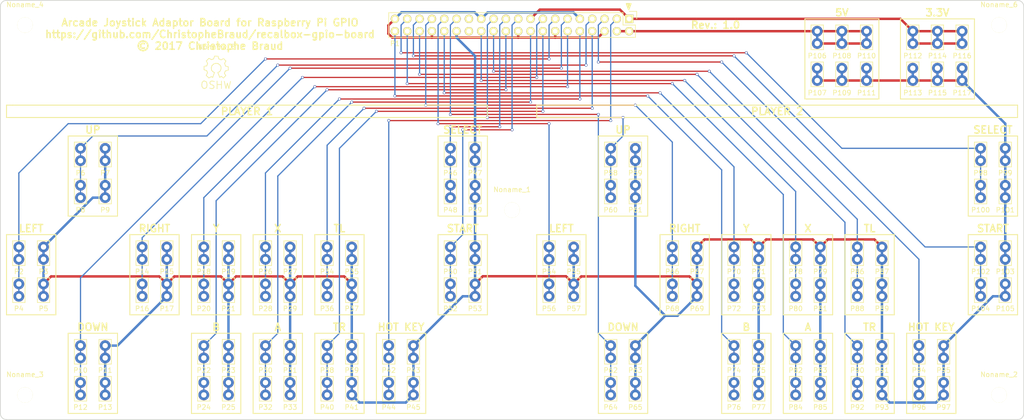
<source format=kicad_pcb>
(kicad_pcb (version 20171130) (host pcbnew "(5.1.12)-1")
  (layers (0 F.Cu signal) (31 B.Cu signal) (34 B.Paste user hide) (35 F.Paste user hide) (36 B.SilkS user hide) (37 F.SilkS user hide) (38 B.Mask user hide) (39 F.Mask user hide) (44 Edge.Cuts user))
  (net 0 "")
  (net 1 "Net-(P1-Pad3)")
  (net 2 "Net-(P1-Pad5)")
  (net 3 GND)
  (net 4 "Net-(P1-Pad7)")
  (net 5 "Net-(P1-Pad8)")
  (net 6 "Net-(P1-Pad10)")
  (net 7 "Net-(P1-Pad11)")
  (net 8 "Net-(P1-Pad12)")
  (net 9 "Net-(P1-Pad13)")
  (net 10 "Net-(P1-Pad15)")
  (net 11 "Net-(P1-Pad16)")
  (net 12 "Net-(P1-Pad18)")
  (net 13 "Net-(P1-Pad19)")
  (net 14 "Net-(P1-Pad21)")
  (net 15 "Net-(P1-Pad22)")
  (net 16 "Net-(P1-Pad23)")
  (net 17 "Net-(P1-Pad24)")
  (net 18 "Net-(P1-Pad26)")
  (net 19 "Net-(P1-Pad29)")
  (net 20 "Net-(P1-Pad31)")
  (net 21 "Net-(P1-Pad32)")
  (net 22 "Net-(P1-Pad33)")
  (net 23 "Net-(P1-Pad35)")
  (net 24 "Net-(P1-Pad36)")
  (net 25 "Net-(P1-Pad37)")
  (net 26 "Net-(P1-Pad38)")
  (net 27 "Net-(P1-Pad40)")
  (net 28 +3V3)
  (net 29 +5V)
  (module Mounting_Holes:MountingHole_3.2mm_M3 (layer F.Cu) (at 252.73 54.61)
    (fp_text reference Noname_6 (at 0 -4.2) (layer F.SilkS))
    (fp_text value MountingHole_3.2mm_M3)
    (pad 1 np_thru_hole circle (at 0 0) (size 3.2 3.2) (drill 3.2) (layers *.Cu *.Mask F.SilkS))
  )
  (module Pin_Headers:Pin_Header_Straight_2x20 (layer F.Cu) (at 176.53 53.34 270)
    (fp_text reference P1 (at 5.08 48.26) (layer F.SilkS))
    (fp_text value CONN_02X20)
    (pad 1 thru_hole rect (at 0 0 270) (size 1.7272 1.7272) (drill 1.016) (layers *.Cu *.Mask F.SilkS) (net 28 +3V3))
    (pad 2 thru_hole oval (at 2.54 0 270) (size 1.7272 1.7272) (drill 1.016) (layers *.Cu *.Mask F.SilkS) (net 29 +5V))
    (pad 3 thru_hole oval (at 0 2.54 270) (size 1.7272 1.7272) (drill 1.016) (layers *.Cu *.Mask F.SilkS) (net 1 "Net-(P1-Pad3)"))
    (pad 4 thru_hole oval (at 2.54 2.54 270) (size 1.7272 1.7272) (drill 1.016) (layers *.Cu *.Mask F.SilkS) (net 29 +5V))
    (pad 5 thru_hole oval (at 0 5.08 270) (size 1.7272 1.7272) (drill 1.016) (layers *.Cu *.Mask F.SilkS) (net 2 "Net-(P1-Pad5)"))
    (pad 6 thru_hole oval (at 2.54 5.08 270) (size 1.7272 1.7272) (drill 1.016) (layers *.Cu *.Mask F.SilkS) (net 3 GND))
    (pad 7 thru_hole oval (at 0 7.62 270) (size 1.7272 1.7272) (drill 1.016) (layers *.Cu *.Mask F.SilkS) (net 4 "Net-(P1-Pad7)"))
    (pad 8 thru_hole oval (at 2.54 7.62 270) (size 1.7272 1.7272) (drill 1.016) (layers *.Cu *.Mask F.SilkS) (net 5 "Net-(P1-Pad8)"))
    (pad 9 thru_hole oval (at 0 10.16 270) (size 1.7272 1.7272) (drill 1.016) (layers *.Cu *.Mask F.SilkS) (net 3 GND))
    (pad 10 thru_hole oval (at 2.54 10.16 270) (size 1.7272 1.7272) (drill 1.016) (layers *.Cu *.Mask F.SilkS) (net 6 "Net-(P1-Pad10)"))
    (pad 11 thru_hole oval (at 0 12.7 270) (size 1.7272 1.7272) (drill 1.016) (layers *.Cu *.Mask F.SilkS) (net 7 "Net-(P1-Pad11)"))
    (pad 12 thru_hole oval (at 2.54 12.7 270) (size 1.7272 1.7272) (drill 1.016) (layers *.Cu *.Mask F.SilkS) (net 8 "Net-(P1-Pad12)"))
    (pad 13 thru_hole oval (at 0 15.24 270) (size 1.7272 1.7272) (drill 1.016) (layers *.Cu *.Mask F.SilkS) (net 9 "Net-(P1-Pad13)"))
    (pad 14 thru_hole oval (at 2.54 15.24 270) (size 1.7272 1.7272) (drill 1.016) (layers *.Cu *.Mask F.SilkS) (net 3 GND))
    (pad 15 thru_hole oval (at 0 17.78 270) (size 1.7272 1.7272) (drill 1.016) (layers *.Cu *.Mask F.SilkS) (net 10 "Net-(P1-Pad15)"))
    (pad 16 thru_hole oval (at 2.54 17.78 270) (size 1.7272 1.7272) (drill 1.016) (layers *.Cu *.Mask F.SilkS) (net 11 "Net-(P1-Pad16)"))
    (pad 17 thru_hole oval (at 0 20.32 270) (size 1.7272 1.7272) (drill 1.016) (layers *.Cu *.Mask F.SilkS) (net 28 +3V3))
    (pad 18 thru_hole oval (at 2.54 20.32 270) (size 1.7272 1.7272) (drill 1.016) (layers *.Cu *.Mask F.SilkS) (net 12 "Net-(P1-Pad18)"))
    (pad 19 thru_hole oval (at 0 22.86 270) (size 1.7272 1.7272) (drill 1.016) (layers *.Cu *.Mask F.SilkS) (net 13 "Net-(P1-Pad19)"))
    (pad 20 thru_hole oval (at 2.54 22.86 270) (size 1.7272 1.7272) (drill 1.016) (layers *.Cu *.Mask F.SilkS) (net 3 GND))
    (pad 21 thru_hole oval (at 0 25.4 270) (size 1.7272 1.7272) (drill 1.016) (layers *.Cu *.Mask F.SilkS) (net 14 "Net-(P1-Pad21)"))
    (pad 22 thru_hole oval (at 2.54 25.4 270) (size 1.7272 1.7272) (drill 1.016) (layers *.Cu *.Mask F.SilkS) (net 15 "Net-(P1-Pad22)"))
    (pad 23 thru_hole oval (at 0 27.94 270) (size 1.7272 1.7272) (drill 1.016) (layers *.Cu *.Mask F.SilkS) (net 16 "Net-(P1-Pad23)"))
    (pad 24 thru_hole oval (at 2.54 27.94 270) (size 1.7272 1.7272) (drill 1.016) (layers *.Cu *.Mask F.SilkS) (net 17 "Net-(P1-Pad24)"))
    (pad 25 thru_hole oval (at 0 30.48 270) (size 1.7272 1.7272) (drill 1.016) (layers *.Cu *.Mask F.SilkS) (net 3 GND))
    (pad 26 thru_hole oval (at 2.54 30.48 270) (size 1.7272 1.7272) (drill 1.016) (layers *.Cu *.Mask F.SilkS) (net 18 "Net-(P1-Pad26)"))
    (pad 27 thru_hole oval (at 0 33.02 270) (size 1.7272 1.7272) (drill 1.016) (layers *.Cu *.Mask F.SilkS))
    (pad 28 thru_hole oval (at 2.54 33.02 270) (size 1.7272 1.7272) (drill 1.016) (layers *.Cu *.Mask F.SilkS))
    (pad 29 thru_hole oval (at 0 35.56 270) (size 1.7272 1.7272) (drill 1.016) (layers *.Cu *.Mask F.SilkS) (net 19 "Net-(P1-Pad29)"))
    (pad 30 thru_hole oval (at 2.54 35.56 270) (size 1.7272 1.7272) (drill 1.016) (layers *.Cu *.Mask F.SilkS) (net 3 GND))
    (pad 31 thru_hole oval (at 0 38.1 270) (size 1.7272 1.7272) (drill 1.016) (layers *.Cu *.Mask F.SilkS) (net 20 "Net-(P1-Pad31)"))
    (pad 32 thru_hole oval (at 2.54 38.1 270) (size 1.7272 1.7272) (drill 1.016) (layers *.Cu *.Mask F.SilkS) (net 21 "Net-(P1-Pad32)"))
    (pad 33 thru_hole oval (at 0 40.64 270) (size 1.7272 1.7272) (drill 1.016) (layers *.Cu *.Mask F.SilkS) (net 22 "Net-(P1-Pad33)"))
    (pad 34 thru_hole oval (at 2.54 40.64 270) (size 1.7272 1.7272) (drill 1.016) (layers *.Cu *.Mask F.SilkS) (net 3 GND))
    (pad 35 thru_hole oval (at 0 43.18 270) (size 1.7272 1.7272) (drill 1.016) (layers *.Cu *.Mask F.SilkS) (net 23 "Net-(P1-Pad35)"))
    (pad 36 thru_hole oval (at 2.54 43.18 270) (size 1.7272 1.7272) (drill 1.016) (layers *.Cu *.Mask F.SilkS) (net 24 "Net-(P1-Pad36)"))
    (pad 37 thru_hole oval (at 0 45.72 270) (size 1.7272 1.7272) (drill 1.016) (layers *.Cu *.Mask F.SilkS) (net 25 "Net-(P1-Pad37)"))
    (pad 38 thru_hole oval (at 2.54 45.72 270) (size 1.7272 1.7272) (drill 1.016) (layers *.Cu *.Mask F.SilkS) (net 26 "Net-(P1-Pad38)"))
    (pad 39 thru_hole oval (at 0 48.26 270) (size 1.7272 1.7272) (drill 1.016) (layers *.Cu *.Mask F.SilkS) (net 3 GND))
    (pad 40 thru_hole oval (at 2.54 48.26 270) (size 1.7272 1.7272) (drill 1.016) (layers *.Cu *.Mask F.SilkS) (net 27 "Net-(P1-Pad40)"))
  )
  (module Arcade:61-3391-21 (layer F.Cu) (at 50.8 101.6)
    (fp_text reference P2 (at 0 3.81) (layer F.SilkS))
    (fp_text value <1)
    (pad 1 thru_hole circle (at 0 -1.27) (size 2.2 2.2) (drill 1.1) (layers *.Cu *.Mask) (net 9 "Net-(P1-Pad13)"))
    (pad 1 thru_hole circle (at 0 1.27) (size 2.2 2.2) (drill 1.1) (layers *.Cu *.Mask) (net 9 "Net-(P1-Pad13)"))
  )
  (module Arcade:61-3391-21 (layer F.Cu) (at 55.88 101.6)
    (fp_text reference P3 (at 0 3.81) (layer F.SilkS))
    (fp_text value GND)
    (pad 1 thru_hole circle (at 0 -1.27) (size 2.2 2.2) (drill 1.1) (layers *.Cu *.Mask) (net 3 GND))
    (pad 1 thru_hole circle (at 0 1.27) (size 2.2 2.2) (drill 1.1) (layers *.Cu *.Mask) (net 3 GND))
  )
  (module Arcade:61-3391-21 (layer F.Cu) (at 50.8 109.22)
    (fp_text reference P4 (at 0 3.81) (layer F.SilkS))
    (fp_text value <1)
    (pad 1 thru_hole circle (at 0 -1.27) (size 2.2 2.2) (drill 1.1) (layers *.Cu *.Mask) (net 9 "Net-(P1-Pad13)"))
    (pad 1 thru_hole circle (at 0 1.27) (size 2.2 2.2) (drill 1.1) (layers *.Cu *.Mask) (net 9 "Net-(P1-Pad13)"))
  )
  (module Arcade:61-3391-21 (layer F.Cu) (at 55.88 109.22)
    (fp_text reference P5 (at 0 3.81) (layer F.SilkS))
    (fp_text value GND)
    (pad 1 thru_hole circle (at 0 -1.27) (size 2.2 2.2) (drill 1.1) (layers *.Cu *.Mask) (net 3 GND))
    (pad 1 thru_hole circle (at 0 1.27) (size 2.2 2.2) (drill 1.1) (layers *.Cu *.Mask) (net 3 GND))
  )
  (module Arcade:61-3391-21 (layer F.Cu) (at 63.5 81.28)
    (fp_text reference P6 (at 0 3.81) (layer F.SilkS))
    (fp_text value 1)
    (pad 1 thru_hole circle (at 0 -1.27) (size 2.2 2.2) (drill 1.1) (layers *.Cu *.Mask) (net 4 "Net-(P1-Pad7)"))
    (pad 1 thru_hole circle (at 0 1.27) (size 2.2 2.2) (drill 1.1) (layers *.Cu *.Mask) (net 4 "Net-(P1-Pad7)"))
  )
  (module Arcade:61-3391-21 (layer F.Cu) (at 68.58 81.28)
    (fp_text reference P7 (at 0 3.81) (layer F.SilkS))
    (fp_text value GND)
    (pad 1 thru_hole circle (at 0 -1.27) (size 2.2 2.2) (drill 1.1) (layers *.Cu *.Mask) (net 3 GND))
    (pad 1 thru_hole circle (at 0 1.27) (size 2.2 2.2) (drill 1.1) (layers *.Cu *.Mask) (net 3 GND))
  )
  (module Arcade:61-3391-21 (layer F.Cu) (at 63.5 88.9)
    (fp_text reference P8 (at 0 3.81) (layer F.SilkS))
    (fp_text value 1)
    (pad 1 thru_hole circle (at 0 -1.27) (size 2.2 2.2) (drill 1.1) (layers *.Cu *.Mask) (net 4 "Net-(P1-Pad7)"))
    (pad 1 thru_hole circle (at 0 1.27) (size 2.2 2.2) (drill 1.1) (layers *.Cu *.Mask) (net 4 "Net-(P1-Pad7)"))
  )
  (module Arcade:61-3391-21 (layer F.Cu) (at 68.58 88.9)
    (fp_text reference P9 (at 0 3.81) (layer F.SilkS))
    (fp_text value GND)
    (pad 1 thru_hole circle (at 0 -1.27) (size 2.2 2.2) (drill 1.1) (layers *.Cu *.Mask) (net 3 GND))
    (pad 1 thru_hole circle (at 0 1.27) (size 2.2 2.2) (drill 1.1) (layers *.Cu *.Mask) (net 3 GND))
  )
  (module Arcade:61-3391-21 (layer F.Cu) (at 63.5 121.92)
    (fp_text reference P10 (at 0 3.81) (layer F.SilkS))
    (fp_text value v1)
    (pad 1 thru_hole circle (at 0 -1.27) (size 2.2 2.2) (drill 1.1) (layers *.Cu *.Mask) (net 7 "Net-(P1-Pad11)"))
    (pad 1 thru_hole circle (at 0 1.27) (size 2.2 2.2) (drill 1.1) (layers *.Cu *.Mask) (net 7 "Net-(P1-Pad11)"))
  )
  (module Arcade:61-3391-21 (layer F.Cu) (at 68.58 121.92)
    (fp_text reference P11 (at 0 3.81) (layer F.SilkS))
    (fp_text value GND)
    (pad 1 thru_hole circle (at 0 -1.27) (size 2.2 2.2) (drill 1.1) (layers *.Cu *.Mask) (net 3 GND))
    (pad 1 thru_hole circle (at 0 1.27) (size 2.2 2.2) (drill 1.1) (layers *.Cu *.Mask) (net 3 GND))
  )
  (module Arcade:61-3391-21 (layer F.Cu) (at 63.5 129.54)
    (fp_text reference P12 (at 0 3.81) (layer F.SilkS))
    (fp_text value v1)
    (pad 1 thru_hole circle (at 0 -1.27) (size 2.2 2.2) (drill 1.1) (layers *.Cu *.Mask) (net 7 "Net-(P1-Pad11)"))
    (pad 1 thru_hole circle (at 0 1.27) (size 2.2 2.2) (drill 1.1) (layers *.Cu *.Mask) (net 7 "Net-(P1-Pad11)"))
  )
  (module Arcade:61-3391-21 (layer F.Cu) (at 68.58 129.54)
    (fp_text reference P13 (at 0 3.81) (layer F.SilkS))
    (fp_text value GND)
    (pad 1 thru_hole circle (at 0 -1.27) (size 2.2 2.2) (drill 1.1) (layers *.Cu *.Mask) (net 3 GND))
    (pad 1 thru_hole circle (at 0 1.27) (size 2.2 2.2) (drill 1.1) (layers *.Cu *.Mask) (net 3 GND))
  )
  (module Arcade:61-3391-21 (layer F.Cu) (at 76.2 101.6)
    (fp_text reference P14 (at 0 3.81) (layer F.SilkS))
    (fp_text value >1)
    (pad 1 thru_hole circle (at 0 -1.27) (size 2.2 2.2) (drill 1.1) (layers *.Cu *.Mask) (net 10 "Net-(P1-Pad15)"))
    (pad 1 thru_hole circle (at 0 1.27) (size 2.2 2.2) (drill 1.1) (layers *.Cu *.Mask) (net 10 "Net-(P1-Pad15)"))
  )
  (module Arcade:61-3391-21 (layer F.Cu) (at 81.28 101.6)
    (fp_text reference P15 (at 0 3.81) (layer F.SilkS))
    (fp_text value GND)
    (pad 1 thru_hole circle (at 0 -1.27) (size 2.2 2.2) (drill 1.1) (layers *.Cu *.Mask) (net 3 GND))
    (pad 1 thru_hole circle (at 0 1.27) (size 2.2 2.2) (drill 1.1) (layers *.Cu *.Mask) (net 3 GND))
  )
  (module Arcade:61-3391-21 (layer F.Cu) (at 76.2 109.22)
    (fp_text reference P16 (at 0 3.81) (layer F.SilkS))
    (fp_text value >1)
    (pad 1 thru_hole circle (at 0 -1.27) (size 2.2 2.2) (drill 1.1) (layers *.Cu *.Mask) (net 10 "Net-(P1-Pad15)"))
    (pad 1 thru_hole circle (at 0 1.27) (size 2.2 2.2) (drill 1.1) (layers *.Cu *.Mask) (net 10 "Net-(P1-Pad15)"))
  )
  (module Arcade:61-3391-21 (layer F.Cu) (at 81.28 109.22)
    (fp_text reference P17 (at 0 3.81) (layer F.SilkS))
    (fp_text value GND)
    (pad 1 thru_hole circle (at 0 -1.27) (size 2.2 2.2) (drill 1.1) (layers *.Cu *.Mask) (net 3 GND))
    (pad 1 thru_hole circle (at 0 1.27) (size 2.2 2.2) (drill 1.1) (layers *.Cu *.Mask) (net 3 GND))
  )
  (module Arcade:61-3391-21 (layer F.Cu) (at 88.9 101.6)
    (fp_text reference P18 (at 0 3.81) (layer F.SilkS))
    (fp_text value Y1)
    (pad 1 thru_hole circle (at 0 -1.27) (size 2.2 2.2) (drill 1.1) (layers *.Cu *.Mask) (net 8 "Net-(P1-Pad12)"))
    (pad 1 thru_hole circle (at 0 1.27) (size 2.2 2.2) (drill 1.1) (layers *.Cu *.Mask) (net 8 "Net-(P1-Pad12)"))
  )
  (module Arcade:61-3391-21 (layer F.Cu) (at 93.98 101.6)
    (fp_text reference P19 (at 0 3.81) (layer F.SilkS))
    (fp_text value GND)
    (pad 1 thru_hole circle (at 0 -1.27) (size 2.2 2.2) (drill 1.1) (layers *.Cu *.Mask) (net 3 GND))
    (pad 1 thru_hole circle (at 0 1.27) (size 2.2 2.2) (drill 1.1) (layers *.Cu *.Mask) (net 3 GND))
  )
  (module Arcade:61-3391-21 (layer F.Cu) (at 88.9 109.22)
    (fp_text reference P20 (at 0 3.81) (layer F.SilkS))
    (fp_text value Y1)
    (pad 1 thru_hole circle (at 0 -1.27) (size 2.2 2.2) (drill 1.1) (layers *.Cu *.Mask) (net 8 "Net-(P1-Pad12)"))
    (pad 1 thru_hole circle (at 0 1.27) (size 2.2 2.2) (drill 1.1) (layers *.Cu *.Mask) (net 8 "Net-(P1-Pad12)"))
  )
  (module Arcade:61-3391-21 (layer F.Cu) (at 93.98 109.22)
    (fp_text reference P21 (at 0 3.81) (layer F.SilkS))
    (fp_text value GND)
    (pad 1 thru_hole circle (at 0 -1.27) (size 2.2 2.2) (drill 1.1) (layers *.Cu *.Mask) (net 3 GND))
    (pad 1 thru_hole circle (at 0 1.27) (size 2.2 2.2) (drill 1.1) (layers *.Cu *.Mask) (net 3 GND))
  )
  (module Arcade:61-3391-21 (layer F.Cu) (at 88.9 121.92)
    (fp_text reference P22 (at 0 3.81) (layer F.SilkS))
    (fp_text value B1)
    (pad 1 thru_hole circle (at 0 -1.27) (size 2.2 2.2) (drill 1.1) (layers *.Cu *.Mask) (net 15 "Net-(P1-Pad22)"))
    (pad 1 thru_hole circle (at 0 1.27) (size 2.2 2.2) (drill 1.1) (layers *.Cu *.Mask) (net 15 "Net-(P1-Pad22)"))
  )
  (module Arcade:61-3391-21 (layer F.Cu) (at 93.98 121.92)
    (fp_text reference P23 (at 0 3.81) (layer F.SilkS))
    (fp_text value GND)
    (pad 1 thru_hole circle (at 0 -1.27) (size 2.2 2.2) (drill 1.1) (layers *.Cu *.Mask) (net 3 GND))
    (pad 1 thru_hole circle (at 0 1.27) (size 2.2 2.2) (drill 1.1) (layers *.Cu *.Mask) (net 3 GND))
  )
  (module Arcade:61-3391-21 (layer F.Cu) (at 88.9 129.54)
    (fp_text reference P24 (at 0 3.81) (layer F.SilkS))
    (fp_text value B1)
    (pad 1 thru_hole circle (at 0 -1.27) (size 2.2 2.2) (drill 1.1) (layers *.Cu *.Mask) (net 15 "Net-(P1-Pad22)"))
    (pad 1 thru_hole circle (at 0 1.27) (size 2.2 2.2) (drill 1.1) (layers *.Cu *.Mask) (net 15 "Net-(P1-Pad22)"))
  )
  (module Arcade:61-3391-21 (layer F.Cu) (at 93.98 129.54)
    (fp_text reference P25 (at 0 3.81) (layer F.SilkS))
    (fp_text value GND)
    (pad 1 thru_hole circle (at 0 -1.27) (size 2.2 2.2) (drill 1.1) (layers *.Cu *.Mask) (net 3 GND))
    (pad 1 thru_hole circle (at 0 1.27) (size 2.2 2.2) (drill 1.1) (layers *.Cu *.Mask) (net 3 GND))
  )
  (module Arcade:61-3391-21 (layer F.Cu) (at 101.6 101.6)
    (fp_text reference P26 (at 0 3.81) (layer F.SilkS))
    (fp_text value X1)
    (pad 1 thru_hole circle (at 0 -1.27) (size 2.2 2.2) (drill 1.1) (layers *.Cu *.Mask) (net 6 "Net-(P1-Pad10)"))
    (pad 1 thru_hole circle (at 0 1.27) (size 2.2 2.2) (drill 1.1) (layers *.Cu *.Mask) (net 6 "Net-(P1-Pad10)"))
  )
  (module Arcade:61-3391-21 (layer F.Cu) (at 106.68 101.6)
    (fp_text reference P27 (at 0 3.81) (layer F.SilkS))
    (fp_text value GND)
    (pad 1 thru_hole circle (at 0 -1.27) (size 2.2 2.2) (drill 1.1) (layers *.Cu *.Mask) (net 3 GND))
    (pad 1 thru_hole circle (at 0 1.27) (size 2.2 2.2) (drill 1.1) (layers *.Cu *.Mask) (net 3 GND))
  )
  (module Arcade:61-3391-21 (layer F.Cu) (at 101.6 109.22)
    (fp_text reference P28 (at 0 3.81) (layer F.SilkS))
    (fp_text value X1)
    (pad 1 thru_hole circle (at 0 -1.27) (size 2.2 2.2) (drill 1.1) (layers *.Cu *.Mask) (net 6 "Net-(P1-Pad10)"))
    (pad 1 thru_hole circle (at 0 1.27) (size 2.2 2.2) (drill 1.1) (layers *.Cu *.Mask) (net 6 "Net-(P1-Pad10)"))
  )
  (module Arcade:61-3391-21 (layer F.Cu) (at 106.68 109.22)
    (fp_text reference P29 (at 0 3.81) (layer F.SilkS))
    (fp_text value GND)
    (pad 1 thru_hole circle (at 0 -1.27) (size 2.2 2.2) (drill 1.1) (layers *.Cu *.Mask) (net 3 GND))
    (pad 1 thru_hole circle (at 0 1.27) (size 2.2 2.2) (drill 1.1) (layers *.Cu *.Mask) (net 3 GND))
  )
  (module Arcade:61-3391-21 (layer F.Cu) (at 101.6 121.92)
    (fp_text reference P30 (at 0 3.81) (layer F.SilkS))
    (fp_text value A1)
    (pad 1 thru_hole circle (at 0 -1.27) (size 2.2 2.2) (drill 1.1) (layers *.Cu *.Mask) (net 12 "Net-(P1-Pad18)"))
    (pad 1 thru_hole circle (at 0 1.27) (size 2.2 2.2) (drill 1.1) (layers *.Cu *.Mask) (net 12 "Net-(P1-Pad18)"))
  )
  (module Arcade:61-3391-21 (layer F.Cu) (at 106.68 121.92)
    (fp_text reference P31 (at 0 3.81) (layer F.SilkS))
    (fp_text value GND)
    (pad 1 thru_hole circle (at 0 -1.27) (size 2.2 2.2) (drill 1.1) (layers *.Cu *.Mask) (net 3 GND))
    (pad 1 thru_hole circle (at 0 1.27) (size 2.2 2.2) (drill 1.1) (layers *.Cu *.Mask) (net 3 GND))
  )
  (module Arcade:61-3391-21 (layer F.Cu) (at 101.6 129.54)
    (fp_text reference P32 (at 0 3.81) (layer F.SilkS))
    (fp_text value A1)
    (pad 1 thru_hole circle (at 0 -1.27) (size 2.2 2.2) (drill 1.1) (layers *.Cu *.Mask) (net 12 "Net-(P1-Pad18)"))
    (pad 1 thru_hole circle (at 0 1.27) (size 2.2 2.2) (drill 1.1) (layers *.Cu *.Mask) (net 12 "Net-(P1-Pad18)"))
  )
  (module Arcade:61-3391-21 (layer F.Cu) (at 106.68 129.54)
    (fp_text reference P33 (at 0 3.81) (layer F.SilkS))
    (fp_text value GND)
    (pad 1 thru_hole circle (at 0 -1.27) (size 2.2 2.2) (drill 1.1) (layers *.Cu *.Mask) (net 3 GND))
    (pad 1 thru_hole circle (at 0 1.27) (size 2.2 2.2) (drill 1.1) (layers *.Cu *.Mask) (net 3 GND))
  )
  (module Arcade:61-3391-21 (layer F.Cu) (at 114.3 101.6)
    (fp_text reference P34 (at 0 3.81) (layer F.SilkS))
    (fp_text value TL1)
    (pad 1 thru_hole circle (at 0 -1.27) (size 2.2 2.2) (drill 1.1) (layers *.Cu *.Mask) (net 5 "Net-(P1-Pad8)"))
    (pad 1 thru_hole circle (at 0 1.27) (size 2.2 2.2) (drill 1.1) (layers *.Cu *.Mask) (net 5 "Net-(P1-Pad8)"))
  )
  (module Arcade:61-3391-21 (layer F.Cu) (at 119.38 101.6)
    (fp_text reference P35 (at 0 3.81) (layer F.SilkS))
    (fp_text value GND)
    (pad 1 thru_hole circle (at 0 -1.27) (size 2.2 2.2) (drill 1.1) (layers *.Cu *.Mask) (net 3 GND))
    (pad 1 thru_hole circle (at 0 1.27) (size 2.2 2.2) (drill 1.1) (layers *.Cu *.Mask) (net 3 GND))
  )
  (module Arcade:61-3391-21 (layer F.Cu) (at 114.3 109.22)
    (fp_text reference P36 (at 0 3.81) (layer F.SilkS))
    (fp_text value TL1)
    (pad 1 thru_hole circle (at 0 -1.27) (size 2.2 2.2) (drill 1.1) (layers *.Cu *.Mask) (net 5 "Net-(P1-Pad8)"))
    (pad 1 thru_hole circle (at 0 1.27) (size 2.2 2.2) (drill 1.1) (layers *.Cu *.Mask) (net 5 "Net-(P1-Pad8)"))
  )
  (module Arcade:61-3391-21 (layer F.Cu) (at 119.38 109.22)
    (fp_text reference P37 (at 0 3.81) (layer F.SilkS))
    (fp_text value GND)
    (pad 1 thru_hole circle (at 0 -1.27) (size 2.2 2.2) (drill 1.1) (layers *.Cu *.Mask) (net 3 GND))
    (pad 1 thru_hole circle (at 0 1.27) (size 2.2 2.2) (drill 1.1) (layers *.Cu *.Mask) (net 3 GND))
  )
  (module Arcade:61-3391-21 (layer F.Cu) (at 114.3 121.92)
    (fp_text reference P38 (at 0 3.81) (layer F.SilkS))
    (fp_text value TR1)
    (pad 1 thru_hole circle (at 0 -1.27) (size 2.2 2.2) (drill 1.1) (layers *.Cu *.Mask) (net 11 "Net-(P1-Pad16)"))
    (pad 1 thru_hole circle (at 0 1.27) (size 2.2 2.2) (drill 1.1) (layers *.Cu *.Mask) (net 11 "Net-(P1-Pad16)"))
  )
  (module Arcade:61-3391-21 (layer F.Cu) (at 119.38 121.92)
    (fp_text reference P39 (at 0 3.81) (layer F.SilkS))
    (fp_text value GND)
    (pad 1 thru_hole circle (at 0 -1.27) (size 2.2 2.2) (drill 1.1) (layers *.Cu *.Mask) (net 3 GND))
    (pad 1 thru_hole circle (at 0 1.27) (size 2.2 2.2) (drill 1.1) (layers *.Cu *.Mask) (net 3 GND))
  )
  (module Arcade:61-3391-21 (layer F.Cu) (at 114.3 129.54)
    (fp_text reference P40 (at 0 3.81) (layer F.SilkS))
    (fp_text value TR1)
    (pad 1 thru_hole circle (at 0 -1.27) (size 2.2 2.2) (drill 1.1) (layers *.Cu *.Mask) (net 11 "Net-(P1-Pad16)"))
    (pad 1 thru_hole circle (at 0 1.27) (size 2.2 2.2) (drill 1.1) (layers *.Cu *.Mask) (net 11 "Net-(P1-Pad16)"))
  )
  (module Arcade:61-3391-21 (layer F.Cu) (at 119.38 129.54)
    (fp_text reference P41 (at 0 3.81) (layer F.SilkS))
    (fp_text value GND)
    (pad 1 thru_hole circle (at 0 -1.27) (size 2.2 2.2) (drill 1.1) (layers *.Cu *.Mask) (net 3 GND))
    (pad 1 thru_hole circle (at 0 1.27) (size 2.2 2.2) (drill 1.1) (layers *.Cu *.Mask) (net 3 GND))
  )
  (module Arcade:61-3391-21 (layer F.Cu) (at 127 121.92)
    (fp_text reference P42 (at 0 3.81) (layer F.SilkS))
    (fp_text value HK1)
    (pad 1 thru_hole circle (at 0 -1.27) (size 2.2 2.2) (drill 1.1) (layers *.Cu *.Mask) (net 1 "Net-(P1-Pad3)"))
    (pad 1 thru_hole circle (at 0 1.27) (size 2.2 2.2) (drill 1.1) (layers *.Cu *.Mask) (net 1 "Net-(P1-Pad3)"))
  )
  (module Arcade:61-3391-21 (layer F.Cu) (at 132.08 121.92)
    (fp_text reference P43 (at 0 3.81) (layer F.SilkS))
    (fp_text value GND)
    (pad 1 thru_hole circle (at 0 -1.27) (size 2.2 2.2) (drill 1.1) (layers *.Cu *.Mask) (net 3 GND))
    (pad 1 thru_hole circle (at 0 1.27) (size 2.2 2.2) (drill 1.1) (layers *.Cu *.Mask) (net 3 GND))
  )
  (module Arcade:61-3391-21 (layer F.Cu) (at 127 129.54)
    (fp_text reference P44 (at 0 3.81) (layer F.SilkS))
    (fp_text value HK1)
    (pad 1 thru_hole circle (at 0 -1.27) (size 2.2 2.2) (drill 1.1) (layers *.Cu *.Mask) (net 1 "Net-(P1-Pad3)"))
    (pad 1 thru_hole circle (at 0 1.27) (size 2.2 2.2) (drill 1.1) (layers *.Cu *.Mask) (net 1 "Net-(P1-Pad3)"))
  )
  (module Arcade:61-3391-21 (layer F.Cu) (at 132.08 129.54)
    (fp_text reference P45 (at 0 3.81) (layer F.SilkS))
    (fp_text value GND)
    (pad 1 thru_hole circle (at 0 -1.27) (size 2.2 2.2) (drill 1.1) (layers *.Cu *.Mask) (net 3 GND))
    (pad 1 thru_hole circle (at 0 1.27) (size 2.2 2.2) (drill 1.1) (layers *.Cu *.Mask) (net 3 GND))
  )
  (module Arcade:61-3391-21 (layer F.Cu) (at 139.7 81.28)
    (fp_text reference P46 (at 0 3.81) (layer F.SilkS))
    (fp_text value SE1)
    (pad 1 thru_hole circle (at 0 -1.27) (size 2.2 2.2) (drill 1.1) (layers *.Cu *.Mask) (net 14 "Net-(P1-Pad21)"))
    (pad 1 thru_hole circle (at 0 1.27) (size 2.2 2.2) (drill 1.1) (layers *.Cu *.Mask) (net 14 "Net-(P1-Pad21)"))
  )
  (module Arcade:61-3391-21 (layer F.Cu) (at 144.78 81.28)
    (fp_text reference P47 (at 0 3.81) (layer F.SilkS))
    (fp_text value GND)
    (pad 1 thru_hole circle (at 0 -1.27) (size 2.2 2.2) (drill 1.1) (layers *.Cu *.Mask) (net 3 GND))
    (pad 1 thru_hole circle (at 0 1.27) (size 2.2 2.2) (drill 1.1) (layers *.Cu *.Mask) (net 3 GND))
  )
  (module Arcade:61-3391-21 (layer F.Cu) (at 139.7 88.9)
    (fp_text reference P48 (at 0 3.81) (layer F.SilkS))
    (fp_text value SE1)
    (pad 1 thru_hole circle (at 0 -1.27) (size 2.2 2.2) (drill 1.1) (layers *.Cu *.Mask) (net 14 "Net-(P1-Pad21)"))
    (pad 1 thru_hole circle (at 0 1.27) (size 2.2 2.2) (drill 1.1) (layers *.Cu *.Mask) (net 14 "Net-(P1-Pad21)"))
  )
  (module Arcade:61-3391-21 (layer F.Cu) (at 144.78 88.9)
    (fp_text reference P49 (at 0 3.81) (layer F.SilkS))
    (fp_text value GND)
    (pad 1 thru_hole circle (at 0 -1.27) (size 2.2 2.2) (drill 1.1) (layers *.Cu *.Mask) (net 3 GND))
    (pad 1 thru_hole circle (at 0 1.27) (size 2.2 2.2) (drill 1.1) (layers *.Cu *.Mask) (net 3 GND))
  )
  (module Arcade:61-3391-21 (layer F.Cu) (at 139.7 101.6)
    (fp_text reference P50 (at 0 3.81) (layer F.SilkS))
    (fp_text value ST1)
    (pad 1 thru_hole circle (at 0 -1.27) (size 2.2 2.2) (drill 1.1) (layers *.Cu *.Mask) (net 13 "Net-(P1-Pad19)"))
    (pad 1 thru_hole circle (at 0 1.27) (size 2.2 2.2) (drill 1.1) (layers *.Cu *.Mask) (net 13 "Net-(P1-Pad19)"))
  )
  (module Arcade:61-3391-21 (layer F.Cu) (at 144.78 101.6)
    (fp_text reference P51 (at 0 3.81) (layer F.SilkS))
    (fp_text value GND)
    (pad 1 thru_hole circle (at 0 -1.27) (size 2.2 2.2) (drill 1.1) (layers *.Cu *.Mask) (net 3 GND))
    (pad 1 thru_hole circle (at 0 1.27) (size 2.2 2.2) (drill 1.1) (layers *.Cu *.Mask) (net 3 GND))
  )
  (module Arcade:61-3391-21 (layer F.Cu) (at 139.7 109.22)
    (fp_text reference P52 (at 0 3.81) (layer F.SilkS))
    (fp_text value ST1)
    (pad 1 thru_hole circle (at 0 -1.27) (size 2.2 2.2) (drill 1.1) (layers *.Cu *.Mask) (net 13 "Net-(P1-Pad19)"))
    (pad 1 thru_hole circle (at 0 1.27) (size 2.2 2.2) (drill 1.1) (layers *.Cu *.Mask) (net 13 "Net-(P1-Pad19)"))
  )
  (module Arcade:61-3391-21 (layer F.Cu) (at 144.78 109.22)
    (fp_text reference P53 (at 0 3.81) (layer F.SilkS))
    (fp_text value GND)
    (pad 1 thru_hole circle (at 0 -1.27) (size 2.2 2.2) (drill 1.1) (layers *.Cu *.Mask) (net 3 GND))
    (pad 1 thru_hole circle (at 0 1.27) (size 2.2 2.2) (drill 1.1) (layers *.Cu *.Mask) (net 3 GND))
  )
  (module Arcade:61-3391-21 (layer F.Cu) (at 160.02 101.6)
    (fp_text reference P54 (at 0 3.81) (layer F.SilkS))
    (fp_text value <2)
    (pad 1 thru_hole circle (at 0 -1.27) (size 2.2 2.2) (drill 1.1) (layers *.Cu *.Mask) (net 20 "Net-(P1-Pad31)"))
    (pad 1 thru_hole circle (at 0 1.27) (size 2.2 2.2) (drill 1.1) (layers *.Cu *.Mask) (net 20 "Net-(P1-Pad31)"))
  )
  (module Arcade:61-3391-21 (layer F.Cu) (at 165.1 101.6)
    (fp_text reference P55 (at 0 3.81) (layer F.SilkS))
    (fp_text value GND)
    (pad 1 thru_hole circle (at 0 -1.27) (size 2.2 2.2) (drill 1.1) (layers *.Cu *.Mask) (net 3 GND))
    (pad 1 thru_hole circle (at 0 1.27) (size 2.2 2.2) (drill 1.1) (layers *.Cu *.Mask) (net 3 GND))
  )
  (module Arcade:61-3391-21 (layer F.Cu) (at 160.02 109.22)
    (fp_text reference P56 (at 0 3.81) (layer F.SilkS))
    (fp_text value <2)
    (pad 1 thru_hole circle (at 0 -1.27) (size 2.2 2.2) (drill 1.1) (layers *.Cu *.Mask) (net 20 "Net-(P1-Pad31)"))
    (pad 1 thru_hole circle (at 0 1.27) (size 2.2 2.2) (drill 1.1) (layers *.Cu *.Mask) (net 20 "Net-(P1-Pad31)"))
  )
  (module Arcade:61-3391-21 (layer F.Cu) (at 165.1 109.22)
    (fp_text reference P57 (at 0 3.81) (layer F.SilkS))
    (fp_text value GND)
    (pad 1 thru_hole circle (at 0 -1.27) (size 2.2 2.2) (drill 1.1) (layers *.Cu *.Mask) (net 3 GND))
    (pad 1 thru_hole circle (at 0 1.27) (size 2.2 2.2) (drill 1.1) (layers *.Cu *.Mask) (net 3 GND))
  )
  (module Arcade:61-3391-21 (layer F.Cu) (at 172.72 81.28)
    (fp_text reference P58 (at 0 3.81) (layer F.SilkS))
    (fp_text value 2)
    (pad 1 thru_hole circle (at 0 -1.27) (size 2.2 2.2) (drill 1.1) (layers *.Cu *.Mask) (net 16 "Net-(P1-Pad23)"))
    (pad 1 thru_hole circle (at 0 1.27) (size 2.2 2.2) (drill 1.1) (layers *.Cu *.Mask) (net 16 "Net-(P1-Pad23)"))
  )
  (module Arcade:61-3391-21 (layer F.Cu) (at 177.8 81.28)
    (fp_text reference P59 (at 0 3.81) (layer F.SilkS))
    (fp_text value GND)
    (pad 1 thru_hole circle (at 0 -1.27) (size 2.2 2.2) (drill 1.1) (layers *.Cu *.Mask) (net 3 GND))
    (pad 1 thru_hole circle (at 0 1.27) (size 2.2 2.2) (drill 1.1) (layers *.Cu *.Mask) (net 3 GND))
  )
  (module Arcade:61-3391-21 (layer F.Cu) (at 172.72 88.9)
    (fp_text reference P60 (at 0 3.81) (layer F.SilkS))
    (fp_text value 2)
    (pad 1 thru_hole circle (at 0 -1.27) (size 2.2 2.2) (drill 1.1) (layers *.Cu *.Mask) (net 16 "Net-(P1-Pad23)"))
    (pad 1 thru_hole circle (at 0 1.27) (size 2.2 2.2) (drill 1.1) (layers *.Cu *.Mask) (net 16 "Net-(P1-Pad23)"))
  )
  (module Arcade:61-3391-21 (layer F.Cu) (at 177.8 88.9)
    (fp_text reference P61 (at 0 3.81) (layer F.SilkS))
    (fp_text value GND)
    (pad 1 thru_hole circle (at 0 -1.27) (size 2.2 2.2) (drill 1.1) (layers *.Cu *.Mask) (net 3 GND))
    (pad 1 thru_hole circle (at 0 1.27) (size 2.2 2.2) (drill 1.1) (layers *.Cu *.Mask) (net 3 GND))
  )
  (module Arcade:61-3391-21 (layer F.Cu) (at 172.72 121.92)
    (fp_text reference P62 (at 0 3.81) (layer F.SilkS))
    (fp_text value v2)
    (pad 1 thru_hole circle (at 0 -1.27) (size 2.2 2.2) (drill 1.1) (layers *.Cu *.Mask) (net 19 "Net-(P1-Pad29)"))
    (pad 1 thru_hole circle (at 0 1.27) (size 2.2 2.2) (drill 1.1) (layers *.Cu *.Mask) (net 19 "Net-(P1-Pad29)"))
  )
  (module Arcade:61-3391-21 (layer F.Cu) (at 177.8 121.92)
    (fp_text reference P63 (at 0 3.81) (layer F.SilkS))
    (fp_text value GND)
    (pad 1 thru_hole circle (at 0 -1.27) (size 2.2 2.2) (drill 1.1) (layers *.Cu *.Mask) (net 3 GND))
    (pad 1 thru_hole circle (at 0 1.27) (size 2.2 2.2) (drill 1.1) (layers *.Cu *.Mask) (net 3 GND))
  )
  (module Arcade:61-3391-21 (layer F.Cu) (at 172.72 129.54)
    (fp_text reference P64 (at 0 3.81) (layer F.SilkS))
    (fp_text value v2)
    (pad 1 thru_hole circle (at 0 -1.27) (size 2.2 2.2) (drill 1.1) (layers *.Cu *.Mask) (net 19 "Net-(P1-Pad29)"))
    (pad 1 thru_hole circle (at 0 1.27) (size 2.2 2.2) (drill 1.1) (layers *.Cu *.Mask) (net 19 "Net-(P1-Pad29)"))
  )
  (module Arcade:61-3391-21 (layer F.Cu) (at 177.8 129.54)
    (fp_text reference P65 (at 0 3.81) (layer F.SilkS))
    (fp_text value GND)
    (pad 1 thru_hole circle (at 0 -1.27) (size 2.2 2.2) (drill 1.1) (layers *.Cu *.Mask) (net 3 GND))
    (pad 1 thru_hole circle (at 0 1.27) (size 2.2 2.2) (drill 1.1) (layers *.Cu *.Mask) (net 3 GND))
  )
  (module Arcade:61-3391-21 (layer F.Cu) (at 185.42 101.6)
    (fp_text reference P66 (at 0 3.81) (layer F.SilkS))
    (fp_text value >2)
    (pad 1 thru_hole circle (at 0 -1.27) (size 2.2 2.2) (drill 1.1) (layers *.Cu *.Mask) (net 22 "Net-(P1-Pad33)"))
    (pad 1 thru_hole circle (at 0 1.27) (size 2.2 2.2) (drill 1.1) (layers *.Cu *.Mask) (net 22 "Net-(P1-Pad33)"))
  )
  (module Arcade:61-3391-21 (layer F.Cu) (at 190.5 101.6)
    (fp_text reference P67 (at 0 3.81) (layer F.SilkS))
    (fp_text value GND)
    (pad 1 thru_hole circle (at 0 -1.27) (size 2.2 2.2) (drill 1.1) (layers *.Cu *.Mask) (net 3 GND))
    (pad 1 thru_hole circle (at 0 1.27) (size 2.2 2.2) (drill 1.1) (layers *.Cu *.Mask) (net 3 GND))
  )
  (module Arcade:61-3391-21 (layer F.Cu) (at 185.42 109.22)
    (fp_text reference P68 (at 0 3.81) (layer F.SilkS))
    (fp_text value >2)
    (pad 1 thru_hole circle (at 0 -1.27) (size 2.2 2.2) (drill 1.1) (layers *.Cu *.Mask) (net 22 "Net-(P1-Pad33)"))
    (pad 1 thru_hole circle (at 0 1.27) (size 2.2 2.2) (drill 1.1) (layers *.Cu *.Mask) (net 22 "Net-(P1-Pad33)"))
  )
  (module Arcade:61-3391-21 (layer F.Cu) (at 190.5 109.22)
    (fp_text reference P69 (at 0 3.81) (layer F.SilkS))
    (fp_text value GND)
    (pad 1 thru_hole circle (at 0 -1.27) (size 2.2 2.2) (drill 1.1) (layers *.Cu *.Mask) (net 3 GND))
    (pad 1 thru_hole circle (at 0 1.27) (size 2.2 2.2) (drill 1.1) (layers *.Cu *.Mask) (net 3 GND))
  )
  (module Arcade:61-3391-21 (layer F.Cu) (at 198.12 101.6)
    (fp_text reference P70 (at 0 3.81) (layer F.SilkS))
    (fp_text value Y2)
    (pad 1 thru_hole circle (at 0 -1.27) (size 2.2 2.2) (drill 1.1) (layers *.Cu *.Mask) (net 21 "Net-(P1-Pad32)"))
    (pad 1 thru_hole circle (at 0 1.27) (size 2.2 2.2) (drill 1.1) (layers *.Cu *.Mask) (net 21 "Net-(P1-Pad32)"))
  )
  (module Arcade:61-3391-21 (layer F.Cu) (at 203.2 101.6)
    (fp_text reference P71 (at 0 3.81) (layer F.SilkS))
    (fp_text value GND)
    (pad 1 thru_hole circle (at 0 -1.27) (size 2.2 2.2) (drill 1.1) (layers *.Cu *.Mask) (net 3 GND))
    (pad 1 thru_hole circle (at 0 1.27) (size 2.2 2.2) (drill 1.1) (layers *.Cu *.Mask) (net 3 GND))
  )
  (module Arcade:61-3391-21 (layer F.Cu) (at 198.12 109.22)
    (fp_text reference P72 (at 0 3.81) (layer F.SilkS))
    (fp_text value Y2)
    (pad 1 thru_hole circle (at 0 -1.27) (size 2.2 2.2) (drill 1.1) (layers *.Cu *.Mask) (net 21 "Net-(P1-Pad32)"))
    (pad 1 thru_hole circle (at 0 1.27) (size 2.2 2.2) (drill 1.1) (layers *.Cu *.Mask) (net 21 "Net-(P1-Pad32)"))
  )
  (module Arcade:61-3391-21 (layer F.Cu) (at 203.2 109.22)
    (fp_text reference P73 (at 0 3.81) (layer F.SilkS))
    (fp_text value GND)
    (pad 1 thru_hole circle (at 0 -1.27) (size 2.2 2.2) (drill 1.1) (layers *.Cu *.Mask) (net 3 GND))
    (pad 1 thru_hole circle (at 0 1.27) (size 2.2 2.2) (drill 1.1) (layers *.Cu *.Mask) (net 3 GND))
  )
  (module Arcade:61-3391-21 (layer F.Cu) (at 198.12 121.92)
    (fp_text reference P74 (at 0 3.81) (layer F.SilkS))
    (fp_text value B2)
    (pad 1 thru_hole circle (at 0 -1.27) (size 2.2 2.2) (drill 1.1) (layers *.Cu *.Mask) (net 27 "Net-(P1-Pad40)"))
    (pad 1 thru_hole circle (at 0 1.27) (size 2.2 2.2) (drill 1.1) (layers *.Cu *.Mask) (net 27 "Net-(P1-Pad40)"))
  )
  (module Arcade:61-3391-21 (layer F.Cu) (at 203.2 121.92)
    (fp_text reference P75 (at 0 3.81) (layer F.SilkS))
    (fp_text value GND)
    (pad 1 thru_hole circle (at 0 -1.27) (size 2.2 2.2) (drill 1.1) (layers *.Cu *.Mask) (net 3 GND))
    (pad 1 thru_hole circle (at 0 1.27) (size 2.2 2.2) (drill 1.1) (layers *.Cu *.Mask) (net 3 GND))
  )
  (module Arcade:61-3391-21 (layer F.Cu) (at 198.12 129.54)
    (fp_text reference P76 (at 0 3.81) (layer F.SilkS))
    (fp_text value B2)
    (pad 1 thru_hole circle (at 0 -1.27) (size 2.2 2.2) (drill 1.1) (layers *.Cu *.Mask) (net 27 "Net-(P1-Pad40)"))
    (pad 1 thru_hole circle (at 0 1.27) (size 2.2 2.2) (drill 1.1) (layers *.Cu *.Mask) (net 27 "Net-(P1-Pad40)"))
  )
  (module Arcade:61-3391-21 (layer F.Cu) (at 203.2 129.54)
    (fp_text reference P77 (at 0 3.81) (layer F.SilkS))
    (fp_text value GND)
    (pad 1 thru_hole circle (at 0 -1.27) (size 2.2 2.2) (drill 1.1) (layers *.Cu *.Mask) (net 3 GND))
    (pad 1 thru_hole circle (at 0 1.27) (size 2.2 2.2) (drill 1.1) (layers *.Cu *.Mask) (net 3 GND))
  )
  (module Arcade:61-3391-21 (layer F.Cu) (at 210.82 101.6)
    (fp_text reference P78 (at 0 3.81) (layer F.SilkS))
    (fp_text value X2)
    (pad 1 thru_hole circle (at 0 -1.27) (size 2.2 2.2) (drill 1.1) (layers *.Cu *.Mask) (net 18 "Net-(P1-Pad26)"))
    (pad 1 thru_hole circle (at 0 1.27) (size 2.2 2.2) (drill 1.1) (layers *.Cu *.Mask) (net 18 "Net-(P1-Pad26)"))
  )
  (module Arcade:61-3391-21 (layer F.Cu) (at 215.9 101.6)
    (fp_text reference P79 (at 0 3.81) (layer F.SilkS))
    (fp_text value GND)
    (pad 1 thru_hole circle (at 0 -1.27) (size 2.2 2.2) (drill 1.1) (layers *.Cu *.Mask) (net 3 GND))
    (pad 1 thru_hole circle (at 0 1.27) (size 2.2 2.2) (drill 1.1) (layers *.Cu *.Mask) (net 3 GND))
  )
  (module Arcade:61-3391-21 (layer F.Cu) (at 210.82 109.22)
    (fp_text reference P80 (at 0 3.81) (layer F.SilkS))
    (fp_text value X2)
    (pad 1 thru_hole circle (at 0 -1.27) (size 2.2 2.2) (drill 1.1) (layers *.Cu *.Mask) (net 18 "Net-(P1-Pad26)"))
    (pad 1 thru_hole circle (at 0 1.27) (size 2.2 2.2) (drill 1.1) (layers *.Cu *.Mask) (net 18 "Net-(P1-Pad26)"))
  )
  (module Arcade:61-3391-21 (layer F.Cu) (at 215.9 109.22)
    (fp_text reference P81 (at 0 3.81) (layer F.SilkS))
    (fp_text value GND)
    (pad 1 thru_hole circle (at 0 -1.27) (size 2.2 2.2) (drill 1.1) (layers *.Cu *.Mask) (net 3 GND))
    (pad 1 thru_hole circle (at 0 1.27) (size 2.2 2.2) (drill 1.1) (layers *.Cu *.Mask) (net 3 GND))
  )
  (module Arcade:61-3391-21 (layer F.Cu) (at 210.82 121.92)
    (fp_text reference P82 (at 0 3.81) (layer F.SilkS))
    (fp_text value A2)
    (pad 1 thru_hole circle (at 0 -1.27) (size 2.2 2.2) (drill 1.1) (layers *.Cu *.Mask) (net 26 "Net-(P1-Pad38)"))
    (pad 1 thru_hole circle (at 0 1.27) (size 2.2 2.2) (drill 1.1) (layers *.Cu *.Mask) (net 26 "Net-(P1-Pad38)"))
  )
  (module Arcade:61-3391-21 (layer F.Cu) (at 215.9 121.92)
    (fp_text reference P83 (at 0 3.81) (layer F.SilkS))
    (fp_text value GND)
    (pad 1 thru_hole circle (at 0 -1.27) (size 2.2 2.2) (drill 1.1) (layers *.Cu *.Mask) (net 3 GND))
    (pad 1 thru_hole circle (at 0 1.27) (size 2.2 2.2) (drill 1.1) (layers *.Cu *.Mask) (net 3 GND))
  )
  (module Arcade:61-3391-21 (layer F.Cu) (at 210.82 129.54)
    (fp_text reference P84 (at 0 3.81) (layer F.SilkS))
    (fp_text value A2)
    (pad 1 thru_hole circle (at 0 -1.27) (size 2.2 2.2) (drill 1.1) (layers *.Cu *.Mask) (net 26 "Net-(P1-Pad38)"))
    (pad 1 thru_hole circle (at 0 1.27) (size 2.2 2.2) (drill 1.1) (layers *.Cu *.Mask) (net 26 "Net-(P1-Pad38)"))
  )
  (module Arcade:61-3391-21 (layer F.Cu) (at 215.9 129.54)
    (fp_text reference P85 (at 0 3.81) (layer F.SilkS))
    (fp_text value GND)
    (pad 1 thru_hole circle (at 0 -1.27) (size 2.2 2.2) (drill 1.1) (layers *.Cu *.Mask) (net 3 GND))
    (pad 1 thru_hole circle (at 0 1.27) (size 2.2 2.2) (drill 1.1) (layers *.Cu *.Mask) (net 3 GND))
  )
  (module Arcade:61-3391-21 (layer F.Cu) (at 223.52 101.6)
    (fp_text reference P86 (at 0 3.81) (layer F.SilkS))
    (fp_text value TL2)
    (pad 1 thru_hole circle (at 0 -1.27) (size 2.2 2.2) (drill 1.1) (layers *.Cu *.Mask) (net 17 "Net-(P1-Pad24)"))
    (pad 1 thru_hole circle (at 0 1.27) (size 2.2 2.2) (drill 1.1) (layers *.Cu *.Mask) (net 17 "Net-(P1-Pad24)"))
  )
  (module Arcade:61-3391-21 (layer F.Cu) (at 228.6 101.6)
    (fp_text reference P87 (at 0 3.81) (layer F.SilkS))
    (fp_text value GND)
    (pad 1 thru_hole circle (at 0 -1.27) (size 2.2 2.2) (drill 1.1) (layers *.Cu *.Mask) (net 3 GND))
    (pad 1 thru_hole circle (at 0 1.27) (size 2.2 2.2) (drill 1.1) (layers *.Cu *.Mask) (net 3 GND))
  )
  (module Arcade:61-3391-21 (layer F.Cu) (at 223.52 109.22)
    (fp_text reference P88 (at 0 3.81) (layer F.SilkS))
    (fp_text value TL2)
    (pad 1 thru_hole circle (at 0 -1.27) (size 2.2 2.2) (drill 1.1) (layers *.Cu *.Mask) (net 17 "Net-(P1-Pad24)"))
    (pad 1 thru_hole circle (at 0 1.27) (size 2.2 2.2) (drill 1.1) (layers *.Cu *.Mask) (net 17 "Net-(P1-Pad24)"))
  )
  (module Arcade:61-3391-21 (layer F.Cu) (at 228.6 109.22)
    (fp_text reference P89 (at 0 3.81) (layer F.SilkS))
    (fp_text value GND)
    (pad 1 thru_hole circle (at 0 -1.27) (size 2.2 2.2) (drill 1.1) (layers *.Cu *.Mask) (net 3 GND))
    (pad 1 thru_hole circle (at 0 1.27) (size 2.2 2.2) (drill 1.1) (layers *.Cu *.Mask) (net 3 GND))
  )
  (module Arcade:61-3391-21 (layer F.Cu) (at 223.52 121.92)
    (fp_text reference P90 (at 0 3.81) (layer F.SilkS))
    (fp_text value TR2)
    (pad 1 thru_hole circle (at 0 -1.27) (size 2.2 2.2) (drill 1.1) (layers *.Cu *.Mask) (net 24 "Net-(P1-Pad36)"))
    (pad 1 thru_hole circle (at 0 1.27) (size 2.2 2.2) (drill 1.1) (layers *.Cu *.Mask) (net 24 "Net-(P1-Pad36)"))
  )
  (module Arcade:61-3391-21 (layer F.Cu) (at 228.6 121.92)
    (fp_text reference P91 (at 0 3.81) (layer F.SilkS))
    (fp_text value GND)
    (pad 1 thru_hole circle (at 0 -1.27) (size 2.2 2.2) (drill 1.1) (layers *.Cu *.Mask) (net 3 GND))
    (pad 1 thru_hole circle (at 0 1.27) (size 2.2 2.2) (drill 1.1) (layers *.Cu *.Mask) (net 3 GND))
  )
  (module Arcade:61-3391-21 (layer F.Cu) (at 223.52 129.54)
    (fp_text reference P92 (at 0 3.81) (layer F.SilkS))
    (fp_text value TR2)
    (pad 1 thru_hole circle (at 0 -1.27) (size 2.2 2.2) (drill 1.1) (layers *.Cu *.Mask) (net 24 "Net-(P1-Pad36)"))
    (pad 1 thru_hole circle (at 0 1.27) (size 2.2 2.2) (drill 1.1) (layers *.Cu *.Mask) (net 24 "Net-(P1-Pad36)"))
  )
  (module Arcade:61-3391-21 (layer F.Cu) (at 228.6 129.54)
    (fp_text reference P93 (at 0 3.81) (layer F.SilkS))
    (fp_text value GND)
    (pad 1 thru_hole circle (at 0 -1.27) (size 2.2 2.2) (drill 1.1) (layers *.Cu *.Mask) (net 3 GND))
    (pad 1 thru_hole circle (at 0 1.27) (size 2.2 2.2) (drill 1.1) (layers *.Cu *.Mask) (net 3 GND))
  )
  (module Arcade:61-3391-21 (layer F.Cu) (at 236.22 121.92)
    (fp_text reference P94 (at 0 3.81) (layer F.SilkS))
    (fp_text value HK2)
    (pad 1 thru_hole circle (at 0 -1.27) (size 2.2 2.2) (drill 1.1) (layers *.Cu *.Mask) (net 2 "Net-(P1-Pad5)"))
    (pad 1 thru_hole circle (at 0 1.27) (size 2.2 2.2) (drill 1.1) (layers *.Cu *.Mask) (net 2 "Net-(P1-Pad5)"))
  )
  (module Arcade:61-3391-21 (layer F.Cu) (at 241.3 121.92)
    (fp_text reference P95 (at 0 3.81) (layer F.SilkS))
    (fp_text value GND)
    (pad 1 thru_hole circle (at 0 -1.27) (size 2.2 2.2) (drill 1.1) (layers *.Cu *.Mask) (net 3 GND))
    (pad 1 thru_hole circle (at 0 1.27) (size 2.2 2.2) (drill 1.1) (layers *.Cu *.Mask) (net 3 GND))
  )
  (module Arcade:61-3391-21 (layer F.Cu) (at 236.22 129.54)
    (fp_text reference P96 (at 0 3.81) (layer F.SilkS))
    (fp_text value HK2)
    (pad 1 thru_hole circle (at 0 -1.27) (size 2.2 2.2) (drill 1.1) (layers *.Cu *.Mask) (net 2 "Net-(P1-Pad5)"))
    (pad 1 thru_hole circle (at 0 1.27) (size 2.2 2.2) (drill 1.1) (layers *.Cu *.Mask) (net 2 "Net-(P1-Pad5)"))
  )
  (module Arcade:61-3391-21 (layer F.Cu) (at 241.3 129.54)
    (fp_text reference P97 (at 0 3.81) (layer F.SilkS))
    (fp_text value GND)
    (pad 1 thru_hole circle (at 0 -1.27) (size 2.2 2.2) (drill 1.1) (layers *.Cu *.Mask) (net 3 GND))
    (pad 1 thru_hole circle (at 0 1.27) (size 2.2 2.2) (drill 1.1) (layers *.Cu *.Mask) (net 3 GND))
  )
  (module Arcade:61-3391-21 (layer F.Cu) (at 248.92 81.28)
    (fp_text reference P98 (at 0 3.81) (layer F.SilkS))
    (fp_text value SE2)
    (pad 1 thru_hole circle (at 0 -1.27) (size 2.2 2.2) (drill 1.1) (layers *.Cu *.Mask) (net 25 "Net-(P1-Pad37)"))
    (pad 1 thru_hole circle (at 0 1.27) (size 2.2 2.2) (drill 1.1) (layers *.Cu *.Mask) (net 25 "Net-(P1-Pad37)"))
  )
  (module Arcade:61-3391-21 (layer F.Cu) (at 254 81.28)
    (fp_text reference P99 (at 0 3.81) (layer F.SilkS))
    (fp_text value GND)
    (pad 1 thru_hole circle (at 0 -1.27) (size 2.2 2.2) (drill 1.1) (layers *.Cu *.Mask) (net 3 GND))
    (pad 1 thru_hole circle (at 0 1.27) (size 2.2 2.2) (drill 1.1) (layers *.Cu *.Mask) (net 3 GND))
  )
  (module Arcade:61-3391-21 (layer F.Cu) (at 248.92 88.9)
    (fp_text reference P100 (at 0 3.81) (layer F.SilkS))
    (fp_text value SE2)
    (pad 1 thru_hole circle (at 0 -1.27) (size 2.2 2.2) (drill 1.1) (layers *.Cu *.Mask) (net 25 "Net-(P1-Pad37)"))
    (pad 1 thru_hole circle (at 0 1.27) (size 2.2 2.2) (drill 1.1) (layers *.Cu *.Mask) (net 25 "Net-(P1-Pad37)"))
  )
  (module Arcade:61-3391-21 (layer F.Cu) (at 254 88.9)
    (fp_text reference P101 (at 0 3.81) (layer F.SilkS))
    (fp_text value GND)
    (pad 1 thru_hole circle (at 0 -1.27) (size 2.2 2.2) (drill 1.1) (layers *.Cu *.Mask) (net 3 GND))
    (pad 1 thru_hole circle (at 0 1.27) (size 2.2 2.2) (drill 1.1) (layers *.Cu *.Mask) (net 3 GND))
  )
  (module Arcade:61-3391-21 (layer F.Cu) (at 248.92 101.6)
    (fp_text reference P102 (at 0 3.81) (layer F.SilkS))
    (fp_text value ST2)
    (pad 1 thru_hole circle (at 0 -1.27) (size 2.2 2.2) (drill 1.1) (layers *.Cu *.Mask) (net 23 "Net-(P1-Pad35)"))
    (pad 1 thru_hole circle (at 0 1.27) (size 2.2 2.2) (drill 1.1) (layers *.Cu *.Mask) (net 23 "Net-(P1-Pad35)"))
  )
  (module Arcade:61-3391-21 (layer F.Cu) (at 254 101.6)
    (fp_text reference P103 (at 0 3.81) (layer F.SilkS))
    (fp_text value GND)
    (pad 1 thru_hole circle (at 0 -1.27) (size 2.2 2.2) (drill 1.1) (layers *.Cu *.Mask) (net 3 GND))
    (pad 1 thru_hole circle (at 0 1.27) (size 2.2 2.2) (drill 1.1) (layers *.Cu *.Mask) (net 3 GND))
  )
  (module Arcade:61-3391-21 (layer F.Cu) (at 248.92 109.22)
    (fp_text reference P104 (at 0 3.81) (layer F.SilkS))
    (fp_text value ST2)
    (pad 1 thru_hole circle (at 0 -1.27) (size 2.2 2.2) (drill 1.1) (layers *.Cu *.Mask) (net 23 "Net-(P1-Pad35)"))
    (pad 1 thru_hole circle (at 0 1.27) (size 2.2 2.2) (drill 1.1) (layers *.Cu *.Mask) (net 23 "Net-(P1-Pad35)"))
  )
  (module Arcade:61-3391-21 (layer F.Cu) (at 254 109.22)
    (fp_text reference P105 (at 0 3.81) (layer F.SilkS))
    (fp_text value GND)
    (pad 1 thru_hole circle (at 0 -1.27) (size 2.2 2.2) (drill 1.1) (layers *.Cu *.Mask) (net 3 GND))
    (pad 1 thru_hole circle (at 0 1.27) (size 2.2 2.2) (drill 1.1) (layers *.Cu *.Mask) (net 3 GND))
  )
  (module Symbols:Symbol_OSHW-Logo_SilkScreen (layer F.Cu) (at 91.44 63.5)
    (fp_text reference Noname_5 (at 0.09906 -4.38912) (layer F.SilkS))
    (fp_text value Symbol_OSHW-Logo_SilkScreen)
  )
  (module Mounting_Holes:MountingHole_3.2mm_M3 (layer F.Cu) (at 52.07 54.61)
    (fp_text reference Noname_4 (at 0 -4.2) (layer F.SilkS))
    (fp_text value MountingHole_3.2mm_M3)
    (pad 1 np_thru_hole circle (at 0 0) (size 3.2 3.2) (drill 3.2) (layers *.Cu *.Mask F.SilkS))
  )
  (module Mounting_Holes:MountingHole_3.2mm_M3 (layer F.Cu) (at 52.07 130.81)
    (fp_text reference Noname_3 (at 0 -4.2) (layer F.SilkS))
    (fp_text value MountingHole_3.2mm_M3)
    (pad 1 np_thru_hole circle (at 0 0) (size 3.2 3.2) (drill 3.2) (layers *.Cu *.Mask F.SilkS))
  )
  (module Mounting_Holes:MountingHole_3.2mm_M3 (layer F.Cu) (at 252.73 130.81)
    (fp_text reference Noname_2 (at 0 -4.2) (layer F.SilkS))
    (fp_text value MountingHole_3.2mm_M3)
    (pad 1 np_thru_hole circle (at 0 0) (size 3.2 3.2) (drill 3.2) (layers *.Cu *.Mask F.SilkS))
  )
  (module Mounting_Holes:MountingHole_3.2mm_M3 (layer F.Cu) (at 152.4 92.71)
    (fp_text reference Noname_1 (at 0 -4.2) (layer F.SilkS))
    (fp_text value MountingHole_3.2mm_M3)
    (pad 1 np_thru_hole circle (at 0 0) (size 3.2 3.2) (drill 3.2) (layers *.Cu *.Mask F.SilkS))
  )
  (module Arcade:61-3391-21 (layer F.Cu) (at 215.265 57.15)
    (fp_text reference P106 (at 0 3.81) (layer F.SilkS))
    (fp_text value 5V)
    (pad 1 thru_hole circle (at 0 -1.27) (size 2.2 2.2) (drill 1.1) (layers *.Cu *.Mask) (net 29 +5V))
    (pad 1 thru_hole circle (at 0 1.27) (size 2.2 2.2) (drill 1.1) (layers *.Cu *.Mask) (net 29 +5V))
  )
  (module Arcade:61-3391-21 (layer F.Cu) (at 215.265 64.77)
    (fp_text reference P107 (at 0 3.81) (layer F.SilkS))
    (fp_text value GND)
    (pad 1 thru_hole circle (at 0 -1.27) (size 2.2 2.2) (drill 1.1) (layers *.Cu *.Mask) (net 3 GND))
    (pad 1 thru_hole circle (at 0 1.27) (size 2.2 2.2) (drill 1.1) (layers *.Cu *.Mask) (net 3 GND))
  )
  (module Arcade:61-3391-21 (layer F.Cu) (at 220.345 57.15)
    (fp_text reference P108 (at 0 3.81) (layer F.SilkS))
    (fp_text value 5V)
    (pad 1 thru_hole circle (at 0 -1.27) (size 2.2 2.2) (drill 1.1) (layers *.Cu *.Mask) (net 29 +5V))
    (pad 1 thru_hole circle (at 0 1.27) (size 2.2 2.2) (drill 1.1) (layers *.Cu *.Mask) (net 29 +5V))
  )
  (module Arcade:61-3391-21 (layer F.Cu) (at 220.345 64.77)
    (fp_text reference P109 (at 0 3.81) (layer F.SilkS))
    (fp_text value GND)
    (pad 1 thru_hole circle (at 0 -1.27) (size 2.2 2.2) (drill 1.1) (layers *.Cu *.Mask) (net 3 GND))
    (pad 1 thru_hole circle (at 0 1.27) (size 2.2 2.2) (drill 1.1) (layers *.Cu *.Mask) (net 3 GND))
  )
  (module Arcade:61-3391-21 (layer F.Cu) (at 225.425 57.15)
    (fp_text reference P110 (at 0 3.81) (layer F.SilkS))
    (fp_text value 5V)
    (pad 1 thru_hole circle (at 0 -1.27) (size 2.2 2.2) (drill 1.1) (layers *.Cu *.Mask) (net 29 +5V))
    (pad 1 thru_hole circle (at 0 1.27) (size 2.2 2.2) (drill 1.1) (layers *.Cu *.Mask) (net 29 +5V))
  )
  (module Arcade:61-3391-21 (layer F.Cu) (at 225.425 64.77)
    (fp_text reference P111 (at 0 3.81) (layer F.SilkS))
    (fp_text value GND)
    (pad 1 thru_hole circle (at 0 -1.27) (size 2.2 2.2) (drill 1.1) (layers *.Cu *.Mask) (net 3 GND))
    (pad 1 thru_hole circle (at 0 1.27) (size 2.2 2.2) (drill 1.1) (layers *.Cu *.Mask) (net 3 GND))
  )
  (module Arcade:61-3391-21 (layer F.Cu) (at 234.95 57.15)
    (fp_text reference P112 (at 0 3.81) (layer F.SilkS))
    (fp_text value 3.3V)
    (pad 1 thru_hole circle (at 0 -1.27) (size 2.2 2.2) (drill 1.1) (layers *.Cu *.Mask) (net 28 +3V3))
    (pad 1 thru_hole circle (at 0 1.27) (size 2.2 2.2) (drill 1.1) (layers *.Cu *.Mask) (net 28 +3V3))
  )
  (module Arcade:61-3391-21 (layer F.Cu) (at 234.95 64.77)
    (fp_text reference P113 (at 0 3.81) (layer F.SilkS))
    (fp_text value GND)
    (pad 1 thru_hole circle (at 0 -1.27) (size 2.2 2.2) (drill 1.1) (layers *.Cu *.Mask) (net 3 GND))
    (pad 1 thru_hole circle (at 0 1.27) (size 2.2 2.2) (drill 1.1) (layers *.Cu *.Mask) (net 3 GND))
  )
  (module Arcade:61-3391-21 (layer F.Cu) (at 240.03 57.15)
    (fp_text reference P114 (at 0 3.81) (layer F.SilkS))
    (fp_text value 3.3V)
    (pad 1 thru_hole circle (at 0 -1.27) (size 2.2 2.2) (drill 1.1) (layers *.Cu *.Mask) (net 28 +3V3))
    (pad 1 thru_hole circle (at 0 1.27) (size 2.2 2.2) (drill 1.1) (layers *.Cu *.Mask) (net 28 +3V3))
  )
  (module Arcade:61-3391-21 (layer F.Cu) (at 240.03 64.77)
    (fp_text reference P115 (at 0 3.81) (layer F.SilkS))
    (fp_text value GND)
    (pad 1 thru_hole circle (at 0 -1.27) (size 2.2 2.2) (drill 1.1) (layers *.Cu *.Mask) (net 3 GND))
    (pad 1 thru_hole circle (at 0 1.27) (size 2.2 2.2) (drill 1.1) (layers *.Cu *.Mask) (net 3 GND))
  )
  (module Arcade:61-3391-21 (layer F.Cu) (at 245.11 57.15)
    (fp_text reference P116 (at 0 3.81) (layer F.SilkS))
    (fp_text value 3.3V)
    (pad 1 thru_hole circle (at 0 -1.27) (size 2.2 2.2) (drill 1.1) (layers *.Cu *.Mask) (net 28 +3V3))
    (pad 1 thru_hole circle (at 0 1.27) (size 2.2 2.2) (drill 1.1) (layers *.Cu *.Mask) (net 28 +3V3))
  )
  (module Arcade:61-3391-21 (layer F.Cu) (at 245.11 64.77)
    (fp_text reference P117 (at 0 3.81) (layer F.SilkS))
    (fp_text value GND)
    (pad 1 thru_hole circle (at 0 -1.27) (size 2.2 2.2) (drill 1.1) (layers *.Cu *.Mask) (net 3 GND))
    (pad 1 thru_hole circle (at 0 1.27) (size 2.2 2.2) (drill 1.1) (layers *.Cu *.Mask) (net 3 GND))
  )
  (gr_line (start 212.725 53.34) (end 227.965 53.34) (angle 90) (layer F.SilkS) (width 0.2))
  (gr_line (start 232.41 53.34) (end 247.65 53.34) (angle 90) (layer F.SilkS) (width 0.2))
  (gr_line (start 227.965 69.85) (end 227.965 53.34) (angle 90) (layer F.SilkS) (width 0.2))
  (gr_line (start 212.725 69.85) (end 227.965 69.85) (angle 90) (layer F.SilkS) (width 0.2))
  (gr_line (start 212.725 53.34) (end 212.725 69.85) (angle 90) (layer F.SilkS) (width 0.2))
  (gr_line (start 247.65 69.85) (end 247.65 53.34) (angle 90) (layer F.SilkS) (width 0.2))
  (gr_line (start 232.41 69.85) (end 247.65 69.85) (angle 90) (layer F.SilkS) (width 0.2))
  (gr_line (start 232.41 53.34) (end 232.41 69.85) (angle 90) (layer F.SilkS) (width 0.2))
  (gr_line (start 170.18 134.62) (end 170.18 118.11) (angle 90) (layer F.SilkS) (width 0.2))
  (gr_line (start 257.81 134.62) (end 257.81 50.8) (angle 90) (layer Edge.Cuts) (width 0.15))
  (gr_line (start 46.99 50.8) (end 46.99 134.62) (angle 90) (layer Edge.Cuts) (width 0.15))
  (gr_line (start 256.54 49.53) (end 48.26 49.53) (angle 90) (layer Edge.Cuts) (width 0.15))
  (gr_line (start 48.26 135.89) (end 256.54 135.89) (angle 90) (layer Edge.Cuts) (width 0.15))
  (gr_line (start 48.26 71.12) (end 49.53 71.12) (angle 90) (layer F.SilkS) (width 0.2))
  (gr_line (start 48.26 73.66) (end 48.26 71.12) (angle 90) (layer F.SilkS) (width 0.2))
  (gr_line (start 256.54 73.66) (end 157.48 73.66) (angle 90) (layer F.SilkS) (width 0.2))
  (gr_line (start 256.54 71.12) (end 256.54 73.66) (angle 90) (layer F.SilkS) (width 0.2))
  (gr_line (start 157.48 71.12) (end 256.54 71.12) (angle 90) (layer F.SilkS) (width 0.2))
  (gr_line (start 157.48 73.66) (end 157.48 71.12) (angle 90) (layer F.SilkS) (width 0.2))
  (gr_line (start 147.32 71.12) (end 147.32 73.66) (angle 90) (layer F.SilkS) (width 0.2))
  (gr_line (start 49.53 71.12) (end 147.32 71.12) (angle 90) (layer F.SilkS) (width 0.2))
  (gr_line (start 48.26 73.66) (end 147.32 73.66) (angle 90) (layer F.SilkS) (width 0.2))
  (gr_line (start 246.38 93.98) (end 246.38 77.47) (angle 90) (layer F.SilkS) (width 0.2))
  (gr_line (start 256.54 93.98) (end 246.38 93.98) (angle 90) (layer F.SilkS) (width 0.2))
  (gr_line (start 256.54 77.47) (end 256.54 93.98) (angle 90) (layer F.SilkS) (width 0.2))
  (gr_line (start 246.38 77.47) (end 256.54 77.47) (angle 90) (layer F.SilkS) (width 0.2))
  (gr_line (start 243.84 134.62) (end 233.68 134.62) (angle 90) (layer F.SilkS) (width 0.2))
  (gr_line (start 243.84 118.11) (end 243.84 134.62) (angle 90) (layer F.SilkS) (width 0.2))
  (gr_line (start 233.68 118.11) (end 243.84 118.11) (angle 90) (layer F.SilkS) (width 0.2))
  (gr_line (start 233.68 134.62) (end 233.68 118.11) (angle 90) (layer F.SilkS) (width 0.2))
  (gr_line (start 220.98 134.62) (end 220.98 118.11) (angle 90) (layer F.SilkS) (width 0.2))
  (gr_line (start 231.14 134.62) (end 220.98 134.62) (angle 90) (layer F.SilkS) (width 0.2))
  (gr_line (start 231.14 118.11) (end 231.14 134.62) (angle 90) (layer F.SilkS) (width 0.2))
  (gr_line (start 220.98 118.11) (end 231.14 118.11) (angle 90) (layer F.SilkS) (width 0.2))
  (gr_line (start 246.38 114.3) (end 246.38 97.79) (angle 90) (layer F.SilkS) (width 0.2))
  (gr_line (start 256.54 114.3) (end 246.38 114.3) (angle 90) (layer F.SilkS) (width 0.2))
  (gr_line (start 256.54 97.79) (end 256.54 114.3) (angle 90) (layer F.SilkS) (width 0.2))
  (gr_line (start 246.38 97.79) (end 256.54 97.79) (angle 90) (layer F.SilkS) (width 0.2))
  (gr_line (start 220.98 114.3) (end 220.98 97.79) (angle 90) (layer F.SilkS) (width 0.2))
  (gr_line (start 231.14 114.3) (end 220.98 114.3) (angle 90) (layer F.SilkS) (width 0.2))
  (gr_line (start 231.14 97.79) (end 231.14 114.3) (angle 90) (layer F.SilkS) (width 0.2))
  (gr_line (start 220.98 97.79) (end 231.14 97.79) (angle 90) (layer F.SilkS) (width 0.2))
  (gr_line (start 208.28 134.62) (end 208.28 118.11) (angle 90) (layer F.SilkS) (width 0.2))
  (gr_line (start 218.44 134.62) (end 208.28 134.62) (angle 90) (layer F.SilkS) (width 0.2))
  (gr_line (start 218.44 118.11) (end 218.44 134.62) (angle 90) (layer F.SilkS) (width 0.2))
  (gr_line (start 208.28 118.11) (end 218.44 118.11) (angle 90) (layer F.SilkS) (width 0.2))
  (gr_line (start 208.28 114.3) (end 208.28 97.79) (angle 90) (layer F.SilkS) (width 0.2))
  (gr_line (start 218.44 114.3) (end 208.28 114.3) (angle 90) (layer F.SilkS) (width 0.2))
  (gr_line (start 218.44 97.79) (end 218.44 114.3) (angle 90) (layer F.SilkS) (width 0.2))
  (gr_line (start 208.28 97.79) (end 218.44 97.79) (angle 90) (layer F.SilkS) (width 0.2))
  (gr_line (start 195.58 134.62) (end 195.58 118.11) (angle 90) (layer F.SilkS) (width 0.2))
  (gr_line (start 205.74 134.62) (end 195.58 134.62) (angle 90) (layer F.SilkS) (width 0.2))
  (gr_line (start 205.74 118.11) (end 205.74 134.62) (angle 90) (layer F.SilkS) (width 0.2))
  (gr_line (start 195.58 118.11) (end 205.74 118.11) (angle 90) (layer F.SilkS) (width 0.2))
  (gr_line (start 195.58 114.3) (end 195.58 97.79) (angle 90) (layer F.SilkS) (width 0.2))
  (gr_line (start 205.74 114.3) (end 195.58 114.3) (angle 90) (layer F.SilkS) (width 0.2))
  (gr_line (start 205.74 97.79) (end 205.74 114.3) (angle 90) (layer F.SilkS) (width 0.2))
  (gr_line (start 195.58 97.79) (end 205.74 97.79) (angle 90) (layer F.SilkS) (width 0.2))
  (gr_line (start 193.04 114.3) (end 193.04 97.79) (angle 90) (layer F.SilkS) (width 0.2))
  (gr_line (start 182.88 114.3) (end 193.04 114.3) (angle 90) (layer F.SilkS) (width 0.2))
  (gr_line (start 182.88 97.79) (end 182.88 114.3) (angle 90) (layer F.SilkS) (width 0.2))
  (gr_line (start 180.34 134.62) (end 170.18 134.62) (angle 90) (layer F.SilkS) (width 0.2))
  (gr_line (start 180.34 118.11) (end 180.34 134.62) (angle 90) (layer F.SilkS) (width 0.2))
  (gr_line (start 170.18 118.11) (end 180.34 118.11) (angle 90) (layer F.SilkS) (width 0.2))
  (gr_line (start 182.88 97.79) (end 193.04 97.79) (angle 90) (layer F.SilkS) (width 0.2))
  (gr_line (start 170.18 93.98) (end 170.18 77.47) (angle 90) (layer F.SilkS) (width 0.2))
  (gr_line (start 180.34 93.98) (end 170.18 93.98) (angle 90) (layer F.SilkS) (width 0.2))
  (gr_line (start 180.34 77.47) (end 180.34 93.98) (angle 90) (layer F.SilkS) (width 0.2))
  (gr_line (start 170.18 77.47) (end 180.34 77.47) (angle 90) (layer F.SilkS) (width 0.2))
  (gr_line (start 157.48 114.3) (end 157.48 97.79) (angle 90) (layer F.SilkS) (width 0.2))
  (gr_line (start 167.64 114.3) (end 157.48 114.3) (angle 90) (layer F.SilkS) (width 0.2))
  (gr_line (start 167.64 97.79) (end 167.64 114.3) (angle 90) (layer F.SilkS) (width 0.2))
  (gr_line (start 157.48 97.79) (end 167.64 97.79) (angle 90) (layer F.SilkS) (width 0.2))
  (gr_line (start 137.16 93.98) (end 137.16 77.47) (angle 90) (layer F.SilkS) (width 0.2))
  (gr_line (start 147.32 93.98) (end 137.16 93.98) (angle 90) (layer F.SilkS) (width 0.2))
  (gr_line (start 147.32 77.47) (end 147.32 93.98) (angle 90) (layer F.SilkS) (width 0.2))
  (gr_line (start 137.16 77.47) (end 147.32 77.47) (angle 90) (layer F.SilkS) (width 0.2))
  (gr_line (start 137.16 114.3) (end 137.16 97.79) (angle 90) (layer F.SilkS) (width 0.2))
  (gr_line (start 147.32 114.3) (end 137.16 114.3) (angle 90) (layer F.SilkS) (width 0.2))
  (gr_line (start 147.32 97.79) (end 147.32 114.3) (angle 90) (layer F.SilkS) (width 0.2))
  (gr_line (start 137.16 97.79) (end 147.32 97.79) (angle 90) (layer F.SilkS) (width 0.2))
  (gr_line (start 124.46 134.62) (end 124.46 118.11) (angle 90) (layer F.SilkS) (width 0.2))
  (gr_line (start 134.62 134.62) (end 124.46 134.62) (angle 90) (layer F.SilkS) (width 0.2))
  (gr_line (start 134.62 118.11) (end 134.62 134.62) (angle 90) (layer F.SilkS) (width 0.2))
  (gr_line (start 124.46 118.11) (end 134.62 118.11) (angle 90) (layer F.SilkS) (width 0.2))
  (gr_line (start 111.76 134.62) (end 111.76 118.11) (angle 90) (layer F.SilkS) (width 0.2))
  (gr_line (start 121.92 134.62) (end 111.76 134.62) (angle 90) (layer F.SilkS) (width 0.2))
  (gr_line (start 121.92 118.11) (end 121.92 134.62) (angle 90) (layer F.SilkS) (width 0.2))
  (gr_line (start 111.76 118.11) (end 121.92 118.11) (angle 90) (layer F.SilkS) (width 0.2))
  (gr_line (start 111.76 114.3) (end 111.76 97.79) (angle 90) (layer F.SilkS) (width 0.2))
  (gr_line (start 121.92 114.3) (end 111.76 114.3) (angle 90) (layer F.SilkS) (width 0.2))
  (gr_line (start 121.92 97.79) (end 121.92 114.3) (angle 90) (layer F.SilkS) (width 0.2))
  (gr_line (start 111.76 97.79) (end 121.92 97.79) (angle 90) (layer F.SilkS) (width 0.2))
  (gr_line (start 99.06 134.62) (end 99.06 118.11) (angle 90) (layer F.SilkS) (width 0.2))
  (gr_line (start 109.22 134.62) (end 99.06 134.62) (angle 90) (layer F.SilkS) (width 0.2))
  (gr_line (start 109.22 118.11) (end 109.22 134.62) (angle 90) (layer F.SilkS) (width 0.2))
  (gr_line (start 99.06 118.11) (end 109.22 118.11) (angle 90) (layer F.SilkS) (width 0.2))
  (gr_line (start 99.06 114.3) (end 99.06 97.79) (angle 90) (layer F.SilkS) (width 0.2))
  (gr_line (start 109.22 114.3) (end 99.06 114.3) (angle 90) (layer F.SilkS) (width 0.2))
  (gr_line (start 109.22 97.79) (end 109.22 114.3) (angle 90) (layer F.SilkS) (width 0.2))
  (gr_line (start 99.06 97.79) (end 109.22 97.79) (angle 90) (layer F.SilkS) (width 0.2))
  (gr_line (start 86.36 134.62) (end 86.36 118.11) (angle 90) (layer F.SilkS) (width 0.2))
  (gr_line (start 96.52 134.62) (end 86.36 134.62) (angle 90) (layer F.SilkS) (width 0.2))
  (gr_line (start 96.52 118.11) (end 96.52 134.62) (angle 90) (layer F.SilkS) (width 0.2))
  (gr_line (start 86.36 118.11) (end 96.52 118.11) (angle 90) (layer F.SilkS) (width 0.2))
  (gr_line (start 86.36 114.3) (end 86.36 97.79) (angle 90) (layer F.SilkS) (width 0.2))
  (gr_line (start 96.52 114.3) (end 86.36 114.3) (angle 90) (layer F.SilkS) (width 0.2))
  (gr_line (start 96.52 97.79) (end 96.52 114.3) (angle 90) (layer F.SilkS) (width 0.2))
  (gr_line (start 86.36 97.79) (end 96.52 97.79) (angle 90) (layer F.SilkS) (width 0.2))
  (gr_line (start 73.66 114.3) (end 73.66 97.79) (angle 90) (layer F.SilkS) (width 0.2))
  (gr_line (start 83.82 114.3) (end 73.66 114.3) (angle 90) (layer F.SilkS) (width 0.2))
  (gr_line (start 83.82 97.79) (end 83.82 114.3) (angle 90) (layer F.SilkS) (width 0.2))
  (gr_line (start 73.66 97.79) (end 83.82 97.79) (angle 90) (layer F.SilkS) (width 0.2))
  (gr_line (start 60.96 134.62) (end 60.96 118.11) (angle 90) (layer F.SilkS) (width 0.2))
  (gr_line (start 71.12 134.62) (end 60.96 134.62) (angle 90) (layer F.SilkS) (width 0.2))
  (gr_line (start 71.12 118.11) (end 71.12 134.62) (angle 90) (layer F.SilkS) (width 0.2))
  (gr_line (start 60.96 118.11) (end 71.12 118.11) (angle 90) (layer F.SilkS) (width 0.2))
  (gr_line (start 48.26 114.3) (end 48.26 97.79) (angle 90) (layer F.SilkS) (width 0.2))
  (gr_line (start 58.42 114.3) (end 48.26 114.3) (angle 90) (layer F.SilkS) (width 0.2))
  (gr_line (start 58.42 97.79) (end 58.42 114.3) (angle 90) (layer F.SilkS) (width 0.2))
  (gr_line (start 48.26 97.79) (end 58.42 97.79) (angle 90) (layer F.SilkS) (width 0.2))
  (gr_line (start 71.12 77.47) (end 60.96 77.47) (angle 90) (layer F.SilkS) (width 0.2))
  (gr_line (start 71.12 93.98) (end 71.12 77.47) (angle 90) (layer F.SilkS) (width 0.2))
  (gr_line (start 60.96 93.98) (end 71.12 93.98) (angle 90) (layer F.SilkS) (width 0.2))
  (gr_line (start 60.96 77.47) (end 60.96 93.98) (angle 90) (layer F.SilkS) (width 0.2))
  (gr_text 3.3V (at 240.03 52.07) (layer F.SilkS) (effects (font (size 1.5 1.5) (thickness 0.3))))
  (gr_text "5V\n" (at 220.345 52.07) (layer F.SilkS) (effects (font (size 1.5 1.5) (thickness 0.3))))
  (gr_text ► (at 176.53 50.8 270) (layer F.SilkS) (effects (font (size 1.5 1.5) (thickness 0.3))))
  (gr_text "Rev.: 1.0" (at 194.31 54.61) (layer F.SilkS) (effects (font (size 1.5 1.5) (thickness 0.3))))
  (gr_text TR (at 226.06 116.84) (layer F.SilkS) (effects (font (size 1.5 1.5) (thickness 0.3))))
  (gr_text A (at 213.36 116.84) (layer F.SilkS) (effects (font (size 1.5 1.5) (thickness 0.3))))
  (gr_text B (at 200.66 116.84) (layer F.SilkS) (effects (font (size 1.5 1.5) (thickness 0.3))))
  (gr_text START (at 251.46 96.52) (layer F.SilkS) (effects (font (size 1.5 1.5) (thickness 0.3))))
  (gr_text SELECT (at 251.46 76.2) (layer F.SilkS) (effects (font (size 1.5 1.5) (thickness 0.3))))
  (gr_text "HOT KEY" (at 238.76 116.84) (layer F.SilkS) (effects (font (size 1.5 1.5) (thickness 0.3))))
  (gr_text TL (at 226.06 96.52) (layer F.SilkS) (effects (font (size 1.5 1.5) (thickness 0.3))))
  (gr_text X (at 213.36 96.52) (layer F.SilkS) (effects (font (size 1.5 1.5) (thickness 0.3))))
  (gr_text Y (at 200.66 96.52) (layer F.SilkS) (effects (font (size 1.5 1.5) (thickness 0.3))))
  (gr_text RIGHT (at 187.96 96.52) (layer F.SilkS) (effects (font (size 1.5 1.5) (thickness 0.3))))
  (gr_text DOWN (at 175.26 116.84) (layer F.SilkS) (effects (font (size 1.5 1.5) (thickness 0.3))))
  (gr_text UP (at 175.26 76.2) (layer F.SilkS) (effects (font (size 1.5 1.5) (thickness 0.3))))
  (gr_text LEFT (at 162.56 96.52) (layer F.SilkS) (effects (font (size 1.5 1.5) (thickness 0.3))))
  (gr_text "Arcade Joystick Adaptor Board for Raspberry Pi GPIO\nhttps://github.com/ChristopheBraud/recalbox-gpio-board\n© 2017 Christophe Braud" (at 90.17 56.515) (layer F.SilkS) (effects (font (size 1.5 1.5) (thickness 0.3))))
  (gr_text START (at 142.24 96.52) (layer F.SilkS) (effects (font (size 1.5 1.5) (thickness 0.3))))
  (gr_text SELECT (at 142.24 76.2) (layer F.SilkS) (effects (font (size 1.5 1.5) (thickness 0.3))))
  (gr_text "HOT KEY" (at 129.54 116.84) (layer F.SilkS) (effects (font (size 1.5 1.5) (thickness 0.3))))
  (gr_text TR (at 116.84 116.84) (layer F.SilkS) (effects (font (size 1.5 1.5) (thickness 0.3))))
  (gr_text A (at 104.14 116.84) (layer F.SilkS) (effects (font (size 1.5 1.5) (thickness 0.3))))
  (gr_text "B\n" (at 91.44 116.84) (layer F.SilkS) (effects (font (size 1.5 1.5) (thickness 0.3))))
  (gr_text TL (at 116.84 96.52) (layer F.SilkS) (effects (font (size 1.5 1.5) (thickness 0.3))))
  (gr_text X (at 104.14 96.52) (layer F.SilkS) (effects (font (size 1.5 1.5) (thickness 0.3))))
  (gr_text Y (at 91.44 96.52) (layer F.SilkS) (effects (font (size 1.5 1.5) (thickness 0.3))))
  (gr_text "DOWN\n" (at 66.04 116.84) (layer F.SilkS) (effects (font (size 1.5 1.5) (thickness 0.3))))
  (gr_text RIGHT (at 78.74 96.52) (layer F.SilkS) (effects (font (size 1.5 1.5) (thickness 0.3))))
  (gr_text LEFT (at 53.34 96.52) (layer F.SilkS) (effects (font (size 1.5 1.5) (thickness 0.3))))
  (gr_text "PLAYER 2" (at 207.01 72.39) (layer F.SilkS) (effects (font (size 1.5 1.5) (thickness 0.3))))
  (gr_text "PLAYER 1" (at 97.79 72.39) (layer F.SilkS) (effects (font (size 1.5 1.5) (thickness 0.3))))
  (gr_text UP (at 66.04 76.2) (layer F.SilkS) (effects (font (size 1.5 1.5) (thickness 0.3))))
  (gr_arc (start 256.54 50.8) (end 256.54 49.53) (angle 90) (layer Edge.Cuts) (width 0.15))
  (gr_arc (start 256.54 134.62) (end 257.81 134.62) (angle 90) (layer Edge.Cuts) (width 0.15))
  (gr_arc (start 48.26 134.62) (end 48.26 135.89) (angle 90) (layer Edge.Cuts) (width 0.15))
  (gr_arc (start 48.26 50.8) (end 46.99 50.8) (angle 90) (layer Edge.Cuts) (width 0.15))
  (segment (start 127 123.19) (end 127 128.27) (width 0.25) (layer B.Cu) (net 1))
  (segment (start 127 120.65) (end 127 123.19) (width 0.25) (layer B.Cu) (net 1))
  (segment (start 127 128.27) (end 127 130.81) (width 0.25) (layer B.Cu) (net 1))
  (segment (start 127 74.295) (end 172.72 74.295) (width 0.25) (layer F.Cu) (net 1))
  (segment (start 172.72 74.295) (end 172.72 54.61) (width 0.25) (layer B.Cu) (net 1))
  (segment (start 172.72 54.61) (end 173.99 53.34) (width 0.25) (layer B.Cu) (net 1))
  (segment (start 127 120.65) (end 127 74.295) (width 0.25) (layer B.Cu) (net 1))
  (via (at 127 74.295) (size 0.6) (layers F.Cu B.Cu) (net 1))
  (via (at 172.72 74.295) (size 0.6) (layers F.Cu B.Cu) (net 1))
  (segment (start 236.22 120.65) (end 236.22 102.87) (width 0.25) (layer B.Cu) (net 2))
  (segment (start 236.22 102.87) (end 195.58 62.23) (width 0.25) (layer B.Cu) (net 2))
  (segment (start 236.22 123.19) (end 236.22 120.65) (width 0.25) (layer B.Cu) (net 2))
  (segment (start 236.22 128.27) (end 236.22 123.19) (width 0.25) (layer B.Cu) (net 2))
  (segment (start 236.22 130.81) (end 236.22 128.27) (width 0.25) (layer B.Cu) (net 2))
  (segment (start 195.58 62.23) (end 170.18 62.23) (width 0.25) (layer F.Cu) (net 2))
  (segment (start 170.18 62.23) (end 170.18 54.61) (width 0.25) (layer B.Cu) (net 2))
  (segment (start 170.18 54.61) (end 171.45 53.34) (width 0.25) (layer B.Cu) (net 2))
  (via (at 195.58 62.23) (size 0.6) (layers F.Cu B.Cu) (net 2))
  (via (at 170.18 62.23) (size 0.6) (layers F.Cu B.Cu) (net 2))
  (segment (start 190.5 107.95) (end 188.9498 106.3998) (width 0.5) (layer F.Cu) (net 3))
  (segment (start 188.9498 106.3998) (end 166.6502 106.3998) (width 0.5) (layer F.Cu) (net 3))
  (segment (start 166.6502 106.3998) (end 165.1 107.95) (width 0.5) (layer F.Cu) (net 3))
  (segment (start 140.97 55.88) (end 140.97 57.1937) (width 0.5) (layer B.Cu) (net 3))
  (segment (start 140.97 57.1937) (end 144.78 61.0037) (width 0.5) (layer B.Cu) (net 3))
  (segment (start 144.78 61.0037) (end 144.78 80.01) (width 0.5) (layer B.Cu) (net 3))
  (segment (start 166.37 53.34) (end 165.0562 52.0262) (width 0.5) (layer B.Cu) (net 3))
  (segment (start 165.0562 52.0262) (end 147.3638 52.0262) (width 0.5) (layer B.Cu) (net 3))
  (segment (start 147.3638 52.0262) (end 146.05 53.34) (width 0.5) (layer B.Cu) (net 3))
  (segment (start 161.29 57.1937) (end 170.1363 57.1937) (width 0.5) (layer F.Cu) (net 3))
  (segment (start 170.1363 57.1937) (end 171.45 55.88) (width 0.5) (layer F.Cu) (net 3))
  (segment (start 161.29 55.88) (end 161.29 57.1937) (width 0.5) (layer F.Cu) (net 3))
  (segment (start 153.67 57.1937) (end 161.29 57.1937) (width 0.5) (layer F.Cu) (net 3))
  (segment (start 153.67 55.88) (end 153.67 57.1937) (width 0.5) (layer F.Cu) (net 3))
  (segment (start 140.97 57.1937) (end 153.67 57.1937) (width 0.5) (layer F.Cu) (net 3))
  (segment (start 135.89 57.1937) (end 140.97 57.1937) (width 0.5) (layer F.Cu) (net 3))
  (segment (start 128.27 53.34) (end 126.9235 54.6865) (width 0.5) (layer F.Cu) (net 3))
  (segment (start 126.9235 54.6865) (end 126.9235 56.4024) (width 0.5) (layer F.Cu) (net 3))
  (segment (start 126.9235 56.4024) (end 127.7148 57.1937) (width 0.5) (layer F.Cu) (net 3))
  (segment (start 127.7148 57.1937) (end 135.89 57.1937) (width 0.5) (layer F.Cu) (net 3))
  (segment (start 135.89 55.88) (end 135.89 57.1937) (width 0.5) (layer F.Cu) (net 3))
  (segment (start 140.97 55.88) (end 140.97 57.1937) (width 0.5) (layer F.Cu) (net 3))
  (segment (start 128.27 53.34) (end 129.633 51.977) (width 0.5) (layer B.Cu) (net 3))
  (segment (start 129.633 51.977) (end 144.687 51.977) (width 0.5) (layer B.Cu) (net 3))
  (segment (start 144.687 51.977) (end 146.05 53.34) (width 0.5) (layer B.Cu) (net 3))
  (segment (start 55.88 107.95) (end 57.4302 106.3998) (width 0.5) (layer F.Cu) (net 3))
  (segment (start 57.4302 106.3998) (end 79.7298 106.3998) (width 0.5) (layer F.Cu) (net 3))
  (segment (start 79.7298 106.3998) (end 81.28 107.95) (width 0.5) (layer F.Cu) (net 3))
  (segment (start 93.98 107.95) (end 92.4298 106.3998) (width 0.5) (layer F.Cu) (net 3))
  (segment (start 92.4298 106.3998) (end 82.8302 106.3998) (width 0.5) (layer F.Cu) (net 3))
  (segment (start 82.8302 106.3998) (end 81.28 107.95) (width 0.5) (layer F.Cu) (net 3))
  (segment (start 55.88 102.87) (end 55.88 100.33) (width 0.5) (layer B.Cu) (net 3))
  (segment (start 55.88 107.95) (end 55.88 102.87) (width 0.5) (layer B.Cu) (net 3))
  (segment (start 55.88 110.49) (end 55.88 107.95) (width 0.5) (layer B.Cu) (net 3))
  (segment (start 68.58 90.17) (end 66.04 90.17) (width 0.5) (layer B.Cu) (net 3))
  (segment (start 66.04 90.17) (end 55.88 100.33) (width 0.5) (layer B.Cu) (net 3))
  (segment (start 68.58 90.17) (end 68.58 87.63) (width 0.5) (layer B.Cu) (net 3))
  (segment (start 68.58 82.55) (end 68.58 80.01) (width 0.5) (layer B.Cu) (net 3))
  (segment (start 68.58 87.63) (end 68.58 82.55) (width 0.5) (layer B.Cu) (net 3))
  (segment (start 68.58 120.65) (end 71.12 120.65) (width 0.5) (layer B.Cu) (net 3))
  (segment (start 71.12 120.65) (end 81.28 110.49) (width 0.5) (layer B.Cu) (net 3))
  (segment (start 68.58 123.19) (end 68.58 120.65) (width 0.5) (layer B.Cu) (net 3))
  (segment (start 68.58 128.27) (end 68.58 123.19) (width 0.5) (layer B.Cu) (net 3))
  (segment (start 68.58 130.81) (end 68.58 128.27) (width 0.5) (layer B.Cu) (net 3))
  (segment (start 106.68 107.95) (end 108.2302 106.3998) (width 0.5) (layer F.Cu) (net 3))
  (segment (start 108.2302 106.3998) (end 117.8298 106.3998) (width 0.5) (layer F.Cu) (net 3))
  (segment (start 117.8298 106.3998) (end 119.38 107.95) (width 0.5) (layer F.Cu) (net 3))
  (segment (start 106.68 107.95) (end 105.1298 106.3998) (width 0.5) (layer F.Cu) (net 3))
  (segment (start 105.1298 106.3998) (end 95.5302 106.3998) (width 0.5) (layer F.Cu) (net 3))
  (segment (start 95.5302 106.3998) (end 93.98 107.95) (width 0.5) (layer F.Cu) (net 3))
  (segment (start 81.28 102.87) (end 81.28 100.33) (width 0.5) (layer B.Cu) (net 3))
  (segment (start 81.28 107.95) (end 81.28 102.87) (width 0.5) (layer B.Cu) (net 3))
  (segment (start 81.28 110.49) (end 81.28 107.95) (width 0.5) (layer B.Cu) (net 3))
  (segment (start 93.98 102.87) (end 93.98 100.33) (width 0.5) (layer B.Cu) (net 3))
  (segment (start 93.98 107.95) (end 93.98 102.87) (width 0.5) (layer B.Cu) (net 3))
  (segment (start 93.98 110.49) (end 93.98 107.95) (width 0.5) (layer B.Cu) (net 3))
  (segment (start 93.98 120.65) (end 93.98 110.49) (width 0.5) (layer B.Cu) (net 3))
  (segment (start 93.98 123.19) (end 93.98 120.65) (width 0.5) (layer B.Cu) (net 3))
  (segment (start 93.98 128.27) (end 93.98 123.19) (width 0.5) (layer B.Cu) (net 3))
  (segment (start 93.98 130.81) (end 93.98 128.27) (width 0.5) (layer B.Cu) (net 3))
  (segment (start 106.68 102.87) (end 106.68 100.33) (width 0.5) (layer B.Cu) (net 3))
  (segment (start 106.68 107.95) (end 106.68 102.87) (width 0.5) (layer B.Cu) (net 3))
  (segment (start 106.68 110.49) (end 106.68 107.95) (width 0.5) (layer B.Cu) (net 3))
  (segment (start 106.68 120.65) (end 106.68 110.49) (width 0.5) (layer B.Cu) (net 3))
  (segment (start 106.68 123.19) (end 106.68 120.65) (width 0.5) (layer B.Cu) (net 3))
  (segment (start 106.68 128.27) (end 106.68 123.19) (width 0.5) (layer B.Cu) (net 3))
  (segment (start 106.68 130.81) (end 106.68 128.27) (width 0.5) (layer B.Cu) (net 3))
  (segment (start 119.38 110.49) (end 119.38 120.65) (width 0.5) (layer B.Cu) (net 3))
  (segment (start 119.38 107.95) (end 119.38 110.49) (width 0.5) (layer B.Cu) (net 3))
  (segment (start 119.38 102.87) (end 119.38 100.33) (width 0.5) (layer B.Cu) (net 3))
  (segment (start 119.38 107.95) (end 119.38 102.87) (width 0.5) (layer B.Cu) (net 3))
  (segment (start 119.38 123.19) (end 119.38 128.27) (width 0.5) (layer B.Cu) (net 3))
  (segment (start 119.38 120.65) (end 119.38 123.19) (width 0.5) (layer B.Cu) (net 3))
  (segment (start 119.38 128.27) (end 119.38 130.81) (width 0.5) (layer B.Cu) (net 3))
  (segment (start 132.08 130.81) (end 130.5077 132.3823) (width 0.5) (layer B.Cu) (net 3))
  (segment (start 130.5077 132.3823) (end 120.9523 132.3823) (width 0.5) (layer B.Cu) (net 3))
  (segment (start 120.9523 132.3823) (end 119.38 130.81) (width 0.5) (layer B.Cu) (net 3))
  (segment (start 132.08 130.81) (end 132.08 128.27) (width 0.5) (layer B.Cu) (net 3))
  (segment (start 132.08 123.19) (end 132.08 120.65) (width 0.5) (layer B.Cu) (net 3))
  (segment (start 132.08 128.27) (end 132.08 123.19) (width 0.5) (layer B.Cu) (net 3))
  (segment (start 144.78 110.49) (end 142.24 110.49) (width 0.5) (layer B.Cu) (net 3))
  (segment (start 142.24 110.49) (end 132.08 120.65) (width 0.5) (layer B.Cu) (net 3))
  (segment (start 144.78 110.49) (end 144.78 107.95) (width 0.5) (layer B.Cu) (net 3))
  (segment (start 144.78 82.55) (end 144.78 80.01) (width 0.5) (layer B.Cu) (net 3))
  (segment (start 144.78 87.63) (end 144.78 82.55) (width 0.5) (layer B.Cu) (net 3))
  (segment (start 144.78 90.17) (end 144.78 87.63) (width 0.5) (layer B.Cu) (net 3))
  (segment (start 144.78 100.33) (end 144.78 90.17) (width 0.5) (layer B.Cu) (net 3))
  (segment (start 144.78 102.87) (end 144.78 100.33) (width 0.5) (layer B.Cu) (net 3))
  (segment (start 144.78 107.95) (end 144.78 102.87) (width 0.5) (layer B.Cu) (net 3))
  (segment (start 165.1 107.95) (end 163.5125 106.3625) (width 0.5) (layer F.Cu) (net 3))
  (segment (start 163.5125 106.3625) (end 146.3675 106.3625) (width 0.5) (layer F.Cu) (net 3))
  (segment (start 146.3675 106.3625) (end 144.78 107.95) (width 0.5) (layer F.Cu) (net 3))
  (segment (start 165.1 102.87) (end 165.1 100.33) (width 0.5) (layer B.Cu) (net 3))
  (segment (start 165.1 107.95) (end 165.1 102.87) (width 0.5) (layer B.Cu) (net 3))
  (segment (start 165.1 110.49) (end 165.1 107.95) (width 0.5) (layer B.Cu) (net 3))
  (segment (start 183.9573 114.4927) (end 186.4973 114.4927) (width 0.5) (layer B.Cu) (net 3))
  (segment (start 186.4973 114.4927) (end 190.5 110.49) (width 0.5) (layer B.Cu) (net 3))
  (segment (start 177.8 90.17) (end 177.8 108.3354) (width 0.5) (layer B.Cu) (net 3))
  (segment (start 177.8 108.3354) (end 183.9573 114.4927) (width 0.5) (layer B.Cu) (net 3))
  (segment (start 177.8 120.65) (end 183.9573 114.4927) (width 0.5) (layer B.Cu) (net 3))
  (segment (start 177.8 87.63) (end 177.8 90.17) (width 0.5) (layer B.Cu) (net 3))
  (segment (start 177.8 82.55) (end 177.8 80.01) (width 0.5) (layer B.Cu) (net 3))
  (segment (start 177.8 87.63) (end 177.8 82.55) (width 0.5) (layer B.Cu) (net 3))
  (segment (start 177.8 123.19) (end 177.8 120.65) (width 0.5) (layer B.Cu) (net 3))
  (segment (start 177.8 128.27) (end 177.8 123.19) (width 0.5) (layer B.Cu) (net 3))
  (segment (start 177.8 130.81) (end 177.8 128.27) (width 0.5) (layer B.Cu) (net 3))
  (segment (start 190.5 100.33) (end 192.0502 98.7798) (width 0.5) (layer F.Cu) (net 3))
  (segment (start 192.0502 98.7798) (end 201.6498 98.7798) (width 0.5) (layer F.Cu) (net 3))
  (segment (start 201.6498 98.7798) (end 203.2 100.33) (width 0.5) (layer F.Cu) (net 3))
  (segment (start 215.9 100.33) (end 214.3498 98.7798) (width 0.5) (layer F.Cu) (net 3))
  (segment (start 214.3498 98.7798) (end 204.7502 98.7798) (width 0.5) (layer F.Cu) (net 3))
  (segment (start 204.7502 98.7798) (end 203.2 100.33) (width 0.5) (layer F.Cu) (net 3))
  (segment (start 190.5 102.87) (end 190.5 100.33) (width 0.5) (layer B.Cu) (net 3))
  (segment (start 190.5 107.95) (end 190.5 102.87) (width 0.5) (layer B.Cu) (net 3))
  (segment (start 190.5 110.49) (end 190.5 107.95) (width 0.5) (layer B.Cu) (net 3))
  (segment (start 215.9 100.33) (end 217.4502 98.7798) (width 0.5) (layer F.Cu) (net 3))
  (segment (start 217.4502 98.7798) (end 227.0498 98.7798) (width 0.5) (layer F.Cu) (net 3))
  (segment (start 227.0498 98.7798) (end 228.6 100.33) (width 0.5) (layer F.Cu) (net 3))
  (segment (start 203.2 102.87) (end 203.2 100.33) (width 0.5) (layer B.Cu) (net 3))
  (segment (start 203.2 107.95) (end 203.2 102.87) (width 0.5) (layer B.Cu) (net 3))
  (segment (start 203.2 110.49) (end 203.2 107.95) (width 0.5) (layer B.Cu) (net 3))
  (segment (start 203.2 120.65) (end 203.2 110.49) (width 0.5) (layer B.Cu) (net 3))
  (segment (start 203.2 123.19) (end 203.2 120.65) (width 0.5) (layer B.Cu) (net 3))
  (segment (start 203.2 128.27) (end 203.2 123.19) (width 0.5) (layer B.Cu) (net 3))
  (segment (start 203.2 130.81) (end 203.2 128.27) (width 0.5) (layer B.Cu) (net 3))
  (segment (start 215.9 102.87) (end 215.9 100.33) (width 0.5) (layer B.Cu) (net 3))
  (segment (start 215.9 107.95) (end 215.9 102.87) (width 0.5) (layer B.Cu) (net 3))
  (segment (start 215.9 110.49) (end 215.9 107.95) (width 0.5) (layer B.Cu) (net 3))
  (segment (start 215.9 120.65) (end 215.9 110.49) (width 0.5) (layer B.Cu) (net 3))
  (segment (start 215.9 123.19) (end 215.9 120.65) (width 0.5) (layer B.Cu) (net 3))
  (segment (start 215.9 128.27) (end 215.9 123.19) (width 0.5) (layer B.Cu) (net 3))
  (segment (start 215.9 130.81) (end 215.9 128.27) (width 0.5) (layer B.Cu) (net 3))
  (segment (start 228.6 110.49) (end 228.6 120.65) (width 0.5) (layer B.Cu) (net 3))
  (segment (start 228.6 107.95) (end 228.6 110.49) (width 0.5) (layer B.Cu) (net 3))
  (segment (start 228.6 102.87) (end 228.6 100.33) (width 0.5) (layer B.Cu) (net 3))
  (segment (start 228.6 107.95) (end 228.6 102.87) (width 0.5) (layer B.Cu) (net 3))
  (segment (start 228.6 123.19) (end 228.6 128.27) (width 0.5) (layer B.Cu) (net 3))
  (segment (start 228.6 120.65) (end 228.6 123.19) (width 0.5) (layer B.Cu) (net 3))
  (segment (start 228.6 128.27) (end 228.6 130.81) (width 0.5) (layer B.Cu) (net 3))
  (segment (start 241.3 130.81) (end 239.7277 132.3823) (width 0.5) (layer B.Cu) (net 3))
  (segment (start 239.7277 132.3823) (end 230.1723 132.3823) (width 0.5) (layer B.Cu) (net 3))
  (segment (start 230.1723 132.3823) (end 228.6 130.81) (width 0.5) (layer B.Cu) (net 3))
  (segment (start 241.3 130.81) (end 241.3 128.27) (width 0.5) (layer B.Cu) (net 3))
  (segment (start 241.3 123.19) (end 241.3 120.65) (width 0.5) (layer B.Cu) (net 3))
  (segment (start 241.3 128.27) (end 241.3 123.19) (width 0.5) (layer B.Cu) (net 3))
  (segment (start 254 110.49) (end 251.46 110.49) (width 0.5) (layer B.Cu) (net 3))
  (segment (start 251.46 110.49) (end 241.3 120.65) (width 0.5) (layer B.Cu) (net 3))
  (segment (start 254 110.49) (end 254 107.95) (width 0.5) (layer B.Cu) (net 3))
  (segment (start 254 82.55) (end 254 80.01) (width 0.5) (layer B.Cu) (net 3))
  (segment (start 254 87.63) (end 254 82.55) (width 0.5) (layer B.Cu) (net 3))
  (segment (start 254 90.17) (end 254 87.63) (width 0.5) (layer B.Cu) (net 3))
  (segment (start 254 100.33) (end 254 90.17) (width 0.5) (layer B.Cu) (net 3))
  (segment (start 254 102.87) (end 254 100.33) (width 0.5) (layer B.Cu) (net 3))
  (segment (start 254 107.95) (end 254 102.87) (width 0.5) (layer B.Cu) (net 3))
  (segment (start 245.11 66.04) (end 254 74.93) (width 0.5) (layer B.Cu) (net 3))
  (segment (start 254 74.93) (end 254 80.01) (width 0.5) (layer B.Cu) (net 3))
  (segment (start 245.11 66.04) (end 245.11 63.5) (width 0.5) (layer B.Cu) (net 3))
  (segment (start 215.265 66.04) (end 215.265 63.5) (width 0.5) (layer B.Cu) (net 3))
  (segment (start 220.345 66.04) (end 215.265 66.04) (width 0.5) (layer F.Cu) (net 3))
  (segment (start 225.425 66.04) (end 220.345 66.04) (width 0.5) (layer F.Cu) (net 3))
  (segment (start 220.345 66.04) (end 220.345 63.5) (width 0.5) (layer B.Cu) (net 3))
  (segment (start 234.95 66.04) (end 225.425 66.04) (width 0.5) (layer F.Cu) (net 3))
  (segment (start 225.425 66.04) (end 225.425 63.5) (width 0.5) (layer B.Cu) (net 3))
  (segment (start 240.03 66.04) (end 234.95 66.04) (width 0.5) (layer F.Cu) (net 3))
  (segment (start 234.95 66.04) (end 234.95 63.5) (width 0.5) (layer B.Cu) (net 3))
  (segment (start 245.11 66.04) (end 240.03 66.04) (width 0.5) (layer F.Cu) (net 3))
  (segment (start 240.03 66.04) (end 240.03 63.5) (width 0.5) (layer B.Cu) (net 3))
  (segment (start 63.5 82.55) (end 63.5 87.63) (width 0.25) (layer B.Cu) (net 4))
  (segment (start 63.5 80.01) (end 63.5 82.55) (width 0.25) (layer B.Cu) (net 4))
  (segment (start 63.5 87.63) (end 63.5 90.17) (width 0.25) (layer B.Cu) (net 4))
  (segment (start 168.91 53.34) (end 167.64 54.61) (width 0.25) (layer B.Cu) (net 4))
  (segment (start 167.64 54.61) (end 167.64 62.865) (width 0.25) (layer B.Cu) (net 4))
  (segment (start 167.64 62.865) (end 104.14 62.865) (width 0.25) (layer F.Cu) (net 4))
  (segment (start 104.14 62.865) (end 89.535 77.47) (width 0.25) (layer B.Cu) (net 4))
  (segment (start 89.535 77.47) (end 66.04 77.47) (width 0.25) (layer B.Cu) (net 4))
  (segment (start 66.04 77.47) (end 63.5 80.01) (width 0.25) (layer B.Cu) (net 4))
  (via (at 167.64 62.865) (size 0.6) (layers F.Cu B.Cu) (net 4))
  (via (at 104.14 62.865) (size 0.6) (layers F.Cu B.Cu) (net 4))
  (segment (start 114.3 102.87) (end 114.3 107.95) (width 0.25) (layer B.Cu) (net 5))
  (segment (start 114.3 100.33) (end 114.3 102.87) (width 0.25) (layer B.Cu) (net 5))
  (segment (start 114.3 107.95) (end 114.3 110.49) (width 0.25) (layer B.Cu) (net 5))
  (segment (start 114.3 100.33) (end 114.3 79.375) (width 0.25) (layer B.Cu) (net 5))
  (segment (start 114.3 79.375) (end 121.92 71.755) (width 0.25) (layer B.Cu) (net 5))
  (segment (start 121.92 71.755) (end 168.91 71.755) (width 0.25) (layer F.Cu) (net 5))
  (segment (start 168.91 71.755) (end 168.91 55.88) (width 0.25) (layer B.Cu) (net 5))
  (via (at 121.92 71.755) (size 0.6) (layers F.Cu B.Cu) (net 5))
  (via (at 168.91 71.755) (size 0.6) (layers F.Cu B.Cu) (net 5))
  (segment (start 101.6 102.87) (end 101.6 107.95) (width 0.25) (layer B.Cu) (net 6))
  (segment (start 101.6 100.33) (end 101.6 102.87) (width 0.25) (layer B.Cu) (net 6))
  (segment (start 101.6 107.95) (end 101.6 110.49) (width 0.25) (layer B.Cu) (net 6))
  (segment (start 101.6 100.33) (end 101.6 85.09) (width 0.25) (layer B.Cu) (net 6))
  (segment (start 101.6 85.09) (end 116.84 69.85) (width 0.25) (layer B.Cu) (net 6))
  (segment (start 116.84 69.85) (end 166.37 69.85) (width 0.25) (layer F.Cu) (net 6))
  (segment (start 166.37 69.85) (end 166.37 55.88) (width 0.25) (layer B.Cu) (net 6))
  (via (at 116.84 69.85) (size 0.6) (layers F.Cu B.Cu) (net 6))
  (via (at 166.37 69.85) (size 0.6) (layers F.Cu B.Cu) (net 6))
  (segment (start 63.5 123.19) (end 63.5 128.27) (width 0.25) (layer B.Cu) (net 7))
  (segment (start 63.5 120.65) (end 63.5 123.19) (width 0.25) (layer B.Cu) (net 7))
  (segment (start 63.5 128.27) (end 63.5 130.81) (width 0.25) (layer B.Cu) (net 7))
  (segment (start 163.83 53.34) (end 162.56 54.61) (width 0.25) (layer B.Cu) (net 7))
  (segment (start 162.56 54.61) (end 162.56 63.5) (width 0.25) (layer B.Cu) (net 7))
  (segment (start 162.56 63.5) (end 106.68 63.5) (width 0.25) (layer F.Cu) (net 7))
  (segment (start 106.68 63.5) (end 63.5 106.68) (width 0.25) (layer B.Cu) (net 7))
  (segment (start 63.5 106.68) (end 63.5 120.65) (width 0.25) (layer B.Cu) (net 7))
  (via (at 162.56 63.5) (size 0.6) (layers F.Cu B.Cu) (net 7))
  (via (at 106.68 63.5) (size 0.6) (layers F.Cu B.Cu) (net 7))
  (segment (start 88.9 102.87) (end 88.9 107.95) (width 0.25) (layer B.Cu) (net 8))
  (segment (start 88.9 100.33) (end 88.9 102.87) (width 0.25) (layer B.Cu) (net 8))
  (segment (start 88.9 107.95) (end 88.9 110.49) (width 0.25) (layer B.Cu) (net 8))
  (segment (start 88.9 100.33) (end 88.9 90.17) (width 0.25) (layer B.Cu) (net 8))
  (segment (start 88.9 90.17) (end 111.76 67.31) (width 0.25) (layer B.Cu) (net 8))
  (segment (start 111.76 67.31) (end 163.83 67.31) (width 0.25) (layer F.Cu) (net 8))
  (segment (start 163.83 67.31) (end 163.83 55.88) (width 0.25) (layer B.Cu) (net 8))
  (via (at 111.76 67.31) (size 0.6) (layers F.Cu B.Cu) (net 8))
  (via (at 163.83 67.31) (size 0.6) (layers F.Cu B.Cu) (net 8))
  (segment (start 50.8 102.87) (end 50.8 100.33) (width 0.25) (layer B.Cu) (net 9))
  (segment (start 50.8 107.95) (end 50.8 102.87) (width 0.25) (layer B.Cu) (net 9))
  (segment (start 50.8 110.49) (end 50.8 107.95) (width 0.25) (layer B.Cu) (net 9))
  (segment (start 161.29 53.34) (end 160.02 54.61) (width 0.25) (layer B.Cu) (net 9))
  (segment (start 160.02 54.61) (end 160.02 61.595) (width 0.25) (layer B.Cu) (net 9))
  (segment (start 160.02 61.595) (end 101.6 61.595) (width 0.25) (layer F.Cu) (net 9))
  (segment (start 101.6 61.595) (end 88.265 74.93) (width 0.25) (layer B.Cu) (net 9))
  (segment (start 88.265 74.93) (end 60.96 74.93) (width 0.25) (layer B.Cu) (net 9))
  (segment (start 60.96 74.93) (end 50.8 85.09) (width 0.25) (layer B.Cu) (net 9))
  (segment (start 50.8 85.09) (end 50.8 100.33) (width 0.25) (layer B.Cu) (net 9))
  (via (at 160.02 61.595) (size 0.6) (layers F.Cu B.Cu) (net 9))
  (via (at 101.6 61.595) (size 0.6) (layers F.Cu B.Cu) (net 9))
  (segment (start 76.2 102.87) (end 76.2 107.95) (width 0.25) (layer B.Cu) (net 10))
  (segment (start 76.2 100.33) (end 76.2 102.87) (width 0.25) (layer B.Cu) (net 10))
  (segment (start 76.2 107.95) (end 76.2 110.49) (width 0.25) (layer B.Cu) (net 10))
  (segment (start 158.75 53.34) (end 157.48 54.61) (width 0.25) (layer B.Cu) (net 10))
  (segment (start 157.48 54.61) (end 157.48 65.405) (width 0.25) (layer B.Cu) (net 10))
  (segment (start 157.48 65.405) (end 109.22 65.405) (width 0.25) (layer F.Cu) (net 10))
  (segment (start 109.22 65.405) (end 76.2 98.425) (width 0.25) (layer B.Cu) (net 10))
  (segment (start 76.2 98.425) (end 76.2 100.33) (width 0.25) (layer B.Cu) (net 10))
  (via (at 157.48 65.405) (size 0.6) (layers F.Cu B.Cu) (net 10))
  (via (at 109.22 65.405) (size 0.6) (layers F.Cu B.Cu) (net 10))
  (segment (start 114.3 123.19) (end 114.3 128.27) (width 0.25) (layer B.Cu) (net 11))
  (segment (start 114.3 120.65) (end 114.3 123.19) (width 0.25) (layer B.Cu) (net 11))
  (segment (start 114.3 128.27) (end 114.3 130.81) (width 0.25) (layer B.Cu) (net 11))
  (segment (start 114.3 120.65) (end 116.84 118.11) (width 0.25) (layer B.Cu) (net 11))
  (segment (start 116.84 118.11) (end 116.84 80.01) (width 0.25) (layer B.Cu) (net 11))
  (segment (start 116.84 80.01) (end 124.46 72.39) (width 0.25) (layer B.Cu) (net 11))
  (segment (start 124.46 72.39) (end 158.75 72.39) (width 0.25) (layer F.Cu) (net 11))
  (segment (start 158.75 72.39) (end 158.75 55.88) (width 0.25) (layer B.Cu) (net 11))
  (via (at 124.46 72.39) (size 0.6) (layers F.Cu B.Cu) (net 11))
  (via (at 158.75 72.39) (size 0.6) (layers F.Cu B.Cu) (net 11))
  (segment (start 101.6 123.19) (end 101.6 128.27) (width 0.25) (layer B.Cu) (net 12))
  (segment (start 101.6 120.65) (end 101.6 123.19) (width 0.25) (layer B.Cu) (net 12))
  (segment (start 101.6 128.27) (end 101.6 130.81) (width 0.25) (layer B.Cu) (net 12))
  (segment (start 101.6 120.65) (end 104.14 118.11) (width 0.25) (layer B.Cu) (net 12))
  (segment (start 104.14 118.11) (end 104.14 85.725) (width 0.25) (layer B.Cu) (net 12))
  (segment (start 104.14 85.725) (end 119.38 70.485) (width 0.25) (layer B.Cu) (net 12))
  (segment (start 119.38 70.485) (end 156.21 70.485) (width 0.25) (layer F.Cu) (net 12))
  (segment (start 156.21 70.485) (end 156.21 55.88) (width 0.25) (layer B.Cu) (net 12))
  (via (at 119.38 70.485) (size 0.6) (layers F.Cu B.Cu) (net 12))
  (via (at 156.21 70.485) (size 0.6) (layers F.Cu B.Cu) (net 12))
  (segment (start 139.7 100.33) (end 142.24 97.79) (width 0.25) (layer B.Cu) (net 13))
  (segment (start 142.24 97.79) (end 142.24 76.2) (width 0.25) (layer B.Cu) (net 13))
  (segment (start 139.7 102.87) (end 139.7 100.33) (width 0.25) (layer B.Cu) (net 13))
  (segment (start 139.7 107.95) (end 139.7 102.87) (width 0.25) (layer B.Cu) (net 13))
  (segment (start 139.7 110.49) (end 139.7 107.95) (width 0.25) (layer B.Cu) (net 13))
  (segment (start 142.24 76.2) (end 152.4 76.2) (width 0.25) (layer F.Cu) (net 13))
  (segment (start 152.4 76.2) (end 152.4 54.61) (width 0.25) (layer B.Cu) (net 13))
  (segment (start 152.4 54.61) (end 153.67 53.34) (width 0.25) (layer B.Cu) (net 13))
  (via (at 142.24 76.2) (size 0.6) (layers F.Cu B.Cu) (net 13))
  (via (at 152.4 76.2) (size 0.6) (layers F.Cu B.Cu) (net 13))
  (segment (start 139.7 82.55) (end 139.7 87.63) (width 0.25) (layer B.Cu) (net 14))
  (segment (start 139.7 80.01) (end 139.7 82.55) (width 0.25) (layer B.Cu) (net 14))
  (segment (start 139.7 77.47) (end 139.7 75.565) (width 0.25) (layer B.Cu) (net 14))
  (segment (start 139.7 80.01) (end 139.7 77.47) (width 0.25) (layer B.Cu) (net 14))
  (segment (start 139.7 87.63) (end 139.7 90.17) (width 0.25) (layer B.Cu) (net 14))
  (segment (start 139.7 80.01) (end 139.7 77.47) (width 0.25) (layer B.Cu) (net 14))
  (segment (start 139.7 75.565) (end 149.86 75.565) (width 0.25) (layer F.Cu) (net 14))
  (segment (start 149.86 75.565) (end 149.86 54.61) (width 0.25) (layer B.Cu) (net 14))
  (segment (start 149.86 54.61) (end 151.13 53.34) (width 0.25) (layer B.Cu) (net 14))
  (via (at 139.7 75.565) (size 0.6) (layers F.Cu B.Cu) (net 14))
  (via (at 149.86 75.565) (size 0.6) (layers F.Cu B.Cu) (net 14))
  (segment (start 88.9 123.19) (end 88.9 128.27) (width 0.25) (layer B.Cu) (net 15))
  (segment (start 88.9 120.65) (end 88.9 123.19) (width 0.25) (layer B.Cu) (net 15))
  (segment (start 88.9 128.27) (end 88.9 130.81) (width 0.25) (layer B.Cu) (net 15))
  (segment (start 88.9 120.65) (end 91.44 118.11) (width 0.25) (layer B.Cu) (net 15))
  (segment (start 91.44 118.11) (end 91.44 90.805) (width 0.25) (layer B.Cu) (net 15))
  (segment (start 91.44 90.805) (end 114.3 67.945) (width 0.25) (layer B.Cu) (net 15))
  (segment (start 114.3 67.945) (end 151.13 67.945) (width 0.25) (layer F.Cu) (net 15))
  (segment (start 151.13 67.945) (end 151.13 55.88) (width 0.25) (layer B.Cu) (net 15))
  (via (at 114.3 67.945) (size 0.6) (layers F.Cu B.Cu) (net 15))
  (via (at 151.13 67.945) (size 0.6) (layers F.Cu B.Cu) (net 15))
  (segment (start 172.72 82.55) (end 172.72 80.01) (width 0.25) (layer B.Cu) (net 16))
  (segment (start 172.72 87.63) (end 172.72 82.55) (width 0.25) (layer B.Cu) (net 16))
  (segment (start 172.72 90.17) (end 172.72 87.63) (width 0.25) (layer B.Cu) (net 16))
  (segment (start 172.72 80.01) (end 175.26 77.47) (width 0.25) (layer B.Cu) (net 16))
  (segment (start 175.26 77.47) (end 175.26 73.66) (width 0.25) (layer B.Cu) (net 16))
  (segment (start 175.26 73.66) (end 147.32 73.66) (width 0.25) (layer F.Cu) (net 16))
  (segment (start 147.32 73.66) (end 147.32 54.61) (width 0.25) (layer B.Cu) (net 16))
  (segment (start 147.32 54.61) (end 148.59 53.34) (width 0.25) (layer B.Cu) (net 16))
  (via (at 175.26 73.66) (size 0.6) (layers F.Cu B.Cu) (net 16))
  (via (at 147.32 73.66) (size 0.6) (layers F.Cu B.Cu) (net 16))
  (segment (start 223.52 100.33) (end 223.52 94.615) (width 0.25) (layer B.Cu) (net 17))
  (segment (start 223.52 94.615) (end 193.04 64.135) (width 0.25) (layer B.Cu) (net 17))
  (segment (start 223.52 102.87) (end 223.52 100.33) (width 0.25) (layer B.Cu) (net 17))
  (segment (start 223.52 107.95) (end 223.52 102.87) (width 0.25) (layer B.Cu) (net 17))
  (segment (start 223.52 110.49) (end 223.52 107.95) (width 0.25) (layer B.Cu) (net 17))
  (segment (start 193.04 64.135) (end 148.59 64.135) (width 0.25) (layer F.Cu) (net 17))
  (segment (start 148.59 64.135) (end 148.59 55.88) (width 0.25) (layer B.Cu) (net 17))
  (via (at 193.04 64.135) (size 0.6) (layers F.Cu B.Cu) (net 17))
  (via (at 148.59 64.135) (size 0.6) (layers F.Cu B.Cu) (net 17))
  (segment (start 210.82 100.33) (end 210.82 88.9) (width 0.25) (layer B.Cu) (net 18))
  (segment (start 210.82 88.9) (end 187.96 66.04) (width 0.25) (layer B.Cu) (net 18))
  (segment (start 210.82 102.87) (end 210.82 100.33) (width 0.25) (layer B.Cu) (net 18))
  (segment (start 210.82 107.95) (end 210.82 102.87) (width 0.25) (layer B.Cu) (net 18))
  (segment (start 210.82 110.49) (end 210.82 107.95) (width 0.25) (layer B.Cu) (net 18))
  (segment (start 187.96 66.04) (end 146.05 66.04) (width 0.25) (layer F.Cu) (net 18))
  (segment (start 146.05 66.04) (end 146.05 55.88) (width 0.25) (layer B.Cu) (net 18))
  (via (at 187.96 66.04) (size 0.6) (layers F.Cu B.Cu) (net 18))
  (via (at 146.05 66.04) (size 0.6) (layers F.Cu B.Cu) (net 18))
  (segment (start 172.72 120.65) (end 170.18 118.11) (width 0.25) (layer B.Cu) (net 19))
  (segment (start 170.18 118.11) (end 170.18 73.025) (width 0.25) (layer B.Cu) (net 19))
  (segment (start 172.72 123.19) (end 172.72 120.65) (width 0.25) (layer B.Cu) (net 19))
  (segment (start 172.72 128.27) (end 172.72 123.19) (width 0.25) (layer B.Cu) (net 19))
  (segment (start 172.72 130.81) (end 172.72 128.27) (width 0.25) (layer B.Cu) (net 19))
  (segment (start 170.18 73.025) (end 139.7 73.025) (width 0.25) (layer F.Cu) (net 19))
  (segment (start 139.7 73.025) (end 139.7 54.61) (width 0.25) (layer B.Cu) (net 19))
  (segment (start 139.7 54.61) (end 140.97 53.34) (width 0.25) (layer B.Cu) (net 19))
  (via (at 170.18 73.025) (size 0.6) (layers F.Cu B.Cu) (net 19))
  (via (at 139.7 73.025) (size 0.6) (layers F.Cu B.Cu) (net 19))
  (segment (start 160.02 100.33) (end 160.02 74.93) (width 0.25) (layer B.Cu) (net 20))
  (segment (start 160.02 102.87) (end 160.02 100.33) (width 0.25) (layer B.Cu) (net 20))
  (segment (start 160.02 107.95) (end 160.02 110.49) (width 0.25) (layer B.Cu) (net 20))
  (segment (start 160.02 102.87) (end 160.02 107.95) (width 0.25) (layer B.Cu) (net 20))
  (segment (start 160.02 107.95) (end 160.02 110.49) (width 0.25) (layer B.Cu) (net 20))
  (segment (start 160.02 74.93) (end 137.16 74.93) (width 0.25) (layer F.Cu) (net 20))
  (segment (start 137.16 74.93) (end 137.16 54.61) (width 0.25) (layer B.Cu) (net 20))
  (segment (start 137.16 54.61) (end 138.43 53.34) (width 0.25) (layer B.Cu) (net 20))
  (via (at 160.02 74.93) (size 0.6) (layers F.Cu B.Cu) (net 20))
  (via (at 137.16 74.93) (size 0.6) (layers F.Cu B.Cu) (net 20))
  (segment (start 198.12 100.33) (end 198.12 83.82) (width 0.25) (layer B.Cu) (net 21))
  (segment (start 198.12 83.82) (end 182.88 68.58) (width 0.25) (layer B.Cu) (net 21))
  (segment (start 198.12 102.87) (end 198.12 100.33) (width 0.25) (layer B.Cu) (net 21))
  (segment (start 198.12 107.95) (end 198.12 102.87) (width 0.25) (layer B.Cu) (net 21))
  (segment (start 198.12 110.49) (end 198.12 107.95) (width 0.25) (layer B.Cu) (net 21))
  (segment (start 182.88 68.58) (end 138.43 68.58) (width 0.25) (layer F.Cu) (net 21))
  (segment (start 138.43 68.58) (end 138.43 55.88) (width 0.25) (layer B.Cu) (net 21))
  (via (at 182.88 68.58) (size 0.6) (layers F.Cu B.Cu) (net 21))
  (via (at 138.43 68.58) (size 0.6) (layers F.Cu B.Cu) (net 21))
  (segment (start 185.42 100.33) (end 185.42 78.74) (width 0.25) (layer B.Cu) (net 22))
  (segment (start 185.42 78.74) (end 177.8 71.12) (width 0.25) (layer B.Cu) (net 22))
  (segment (start 185.42 102.87) (end 185.42 100.33) (width 0.25) (layer B.Cu) (net 22))
  (segment (start 185.42 107.95) (end 185.42 102.87) (width 0.25) (layer B.Cu) (net 22))
  (segment (start 185.42 110.49) (end 185.42 107.95) (width 0.25) (layer B.Cu) (net 22))
  (segment (start 177.8 71.12) (end 134.62 71.12) (width 0.25) (layer F.Cu) (net 22))
  (segment (start 134.62 71.12) (end 134.62 54.61) (width 0.25) (layer B.Cu) (net 22))
  (segment (start 134.62 54.61) (end 135.89 53.34) (width 0.25) (layer B.Cu) (net 22))
  (via (at 177.8 71.12) (size 0.6) (layers F.Cu B.Cu) (net 22))
  (via (at 134.62 71.12) (size 0.6) (layers F.Cu B.Cu) (net 22))
  (segment (start 248.92 100.33) (end 237.49 100.33) (width 0.25) (layer B.Cu) (net 23))
  (segment (start 237.49 100.33) (end 198.12 60.96) (width 0.25) (layer B.Cu) (net 23))
  (segment (start 248.92 102.87) (end 248.92 100.33) (width 0.25) (layer B.Cu) (net 23))
  (segment (start 248.92 107.95) (end 248.92 102.87) (width 0.25) (layer B.Cu) (net 23))
  (segment (start 248.92 110.49) (end 248.92 107.95) (width 0.25) (layer B.Cu) (net 23))
  (segment (start 132.08 60.96) (end 132.08 54.61) (width 0.25) (layer B.Cu) (net 23))
  (segment (start 132.08 54.61) (end 133.35 53.34) (width 0.25) (layer B.Cu) (net 23))
  (segment (start 198.12 60.96) (end 132.08 60.96) (width 0.25) (layer F.Cu) (net 23))
  (via (at 132.08 60.96) (size 0.6) (layers F.Cu B.Cu) (net 23))
  (via (at 198.12 60.96) (size 0.6) (layers F.Cu B.Cu) (net 23))
  (segment (start 223.52 120.65) (end 220.98 118.11) (width 0.25) (layer B.Cu) (net 24))
  (segment (start 220.98 118.11) (end 220.98 95.25) (width 0.25) (layer B.Cu) (net 24))
  (segment (start 220.98 95.25) (end 190.5 64.77) (width 0.25) (layer B.Cu) (net 24))
  (segment (start 223.52 123.19) (end 223.52 120.65) (width 0.25) (layer B.Cu) (net 24))
  (segment (start 223.52 128.27) (end 223.52 123.19) (width 0.25) (layer B.Cu) (net 24))
  (segment (start 223.52 130.81) (end 223.52 128.27) (width 0.25) (layer B.Cu) (net 24))
  (segment (start 190.5 64.77) (end 133.35 64.77) (width 0.25) (layer F.Cu) (net 24))
  (segment (start 133.35 64.77) (end 133.35 55.88) (width 0.25) (layer B.Cu) (net 24))
  (via (at 190.5 64.77) (size 0.6) (layers F.Cu B.Cu) (net 24))
  (via (at 133.35 64.77) (size 0.6) (layers F.Cu B.Cu) (net 24))
  (segment (start 248.92 82.55) (end 248.92 87.63) (width 0.25) (layer B.Cu) (net 25))
  (segment (start 248.92 80.01) (end 248.92 82.55) (width 0.25) (layer B.Cu) (net 25))
  (segment (start 248.92 87.63) (end 248.92 90.17) (width 0.25) (layer B.Cu) (net 25))
  (segment (start 248.92 80.01) (end 220.345 80.01) (width 0.25) (layer B.Cu) (net 25))
  (segment (start 220.345 80.01) (end 200.66 60.325) (width 0.25) (layer B.Cu) (net 25))
  (segment (start 200.66 60.325) (end 129.54 60.325) (width 0.25) (layer F.Cu) (net 25))
  (segment (start 129.54 60.325) (end 129.54 54.61) (width 0.25) (layer B.Cu) (net 25))
  (segment (start 129.54 54.61) (end 130.81 53.34) (width 0.25) (layer B.Cu) (net 25))
  (via (at 200.66 60.325) (size 0.6) (layers F.Cu B.Cu) (net 25))
  (via (at 129.54 60.325) (size 0.6) (layers F.Cu B.Cu) (net 25))
  (segment (start 210.82 120.65) (end 208.28 118.11) (width 0.25) (layer B.Cu) (net 26))
  (segment (start 208.28 118.11) (end 208.28 89.535) (width 0.25) (layer B.Cu) (net 26))
  (segment (start 208.28 89.535) (end 185.42 66.675) (width 0.25) (layer B.Cu) (net 26))
  (segment (start 210.82 123.19) (end 210.82 120.65) (width 0.25) (layer B.Cu) (net 26))
  (segment (start 210.82 128.27) (end 210.82 123.19) (width 0.25) (layer B.Cu) (net 26))
  (segment (start 210.82 130.81) (end 210.82 128.27) (width 0.25) (layer B.Cu) (net 26))
  (segment (start 130.81 66.675) (end 130.81 55.88) (width 0.25) (layer B.Cu) (net 26))
  (segment (start 185.42 66.675) (end 130.81 66.675) (width 0.25) (layer F.Cu) (net 26))
  (via (at 130.81 66.675) (size 0.6) (layers F.Cu B.Cu) (net 26))
  (via (at 185.42 66.675) (size 0.6) (layers F.Cu B.Cu) (net 26))
  (segment (start 198.12 120.65) (end 195.58 118.11) (width 0.25) (layer B.Cu) (net 27))
  (segment (start 195.58 118.11) (end 195.58 84.455) (width 0.25) (layer B.Cu) (net 27))
  (segment (start 195.58 84.455) (end 180.34 69.215) (width 0.25) (layer B.Cu) (net 27))
  (segment (start 198.12 123.19) (end 198.12 120.65) (width 0.25) (layer B.Cu) (net 27))
  (segment (start 198.12 128.27) (end 198.12 123.19) (width 0.25) (layer B.Cu) (net 27))
  (segment (start 198.12 130.81) (end 198.12 128.27) (width 0.25) (layer B.Cu) (net 27))
  (segment (start 180.34 69.215) (end 128.27 69.215) (width 0.25) (layer F.Cu) (net 27))
  (segment (start 128.27 69.215) (end 128.27 55.88) (width 0.25) (layer B.Cu) (net 27))
  (via (at 180.34 69.215) (size 0.6) (layers F.Cu B.Cu) (net 27))
  (via (at 128.27 69.215) (size 0.6) (layers F.Cu B.Cu) (net 27))
  (segment (start 240.03 58.42) (end 245.11 58.42) (width 0.5) (layer F.Cu) (net 28))
  (segment (start 234.95 58.42) (end 240.03 58.42) (width 0.5) (layer F.Cu) (net 28))
  (segment (start 240.03 55.88) (end 245.11 55.88) (width 0.5) (layer F.Cu) (net 28))
  (segment (start 234.95 55.88) (end 240.03 55.88) (width 0.5) (layer F.Cu) (net 28))
  (segment (start 156.21 53.34) (end 158.115 51.435) (width 0.5) (layer F.Cu) (net 28))
  (segment (start 158.115 51.435) (end 174.625 51.435) (width 0.5) (layer F.Cu) (net 28))
  (segment (start 174.625 51.435) (end 176.53 53.34) (width 0.5) (layer F.Cu) (net 28))
  (segment (start 176.53 53.34) (end 232.41 53.34) (width 0.5) (layer F.Cu) (net 28))
  (segment (start 232.41 53.34) (end 234.95 55.88) (width 0.5) (layer F.Cu) (net 28))
  (segment (start 234.95 58.42) (end 234.95 55.88) (width 0.5) (layer B.Cu) (net 28))
  (segment (start 240.03 58.42) (end 240.03 55.88) (width 0.5) (layer B.Cu) (net 28))
  (segment (start 245.11 58.42) (end 245.11 55.88) (width 0.5) (layer B.Cu) (net 28))
  (segment (start 176.53 55.88) (end 215.265 55.88) (width 0.5) (layer F.Cu) (net 29))
  (segment (start 173.99 55.88) (end 176.53 55.88) (width 0.5) (layer F.Cu) (net 29))
  (segment (start 215.265 55.88) (end 220.345 55.88) (width 0.5) (layer F.Cu) (net 29))
  (segment (start 220.345 58.42) (end 225.425 58.42) (width 0.5) (layer F.Cu) (net 29))
  (segment (start 215.265 58.42) (end 220.345 58.42) (width 0.5) (layer F.Cu) (net 29))
  (segment (start 220.345 55.88) (end 225.425 55.88) (width 0.5) (layer F.Cu) (net 29))
  (segment (start 215.265 58.42) (end 215.265 55.88) (width 0.5) (layer B.Cu) (net 29))
  (segment (start 220.345 58.42) (end 220.345 55.88) (width 0.5) (layer B.Cu) (net 29))
  (segment (start 225.425 58.42) (end 225.425 55.88) (width 0.5) (layer B.Cu) (net 29))
)
</source>
